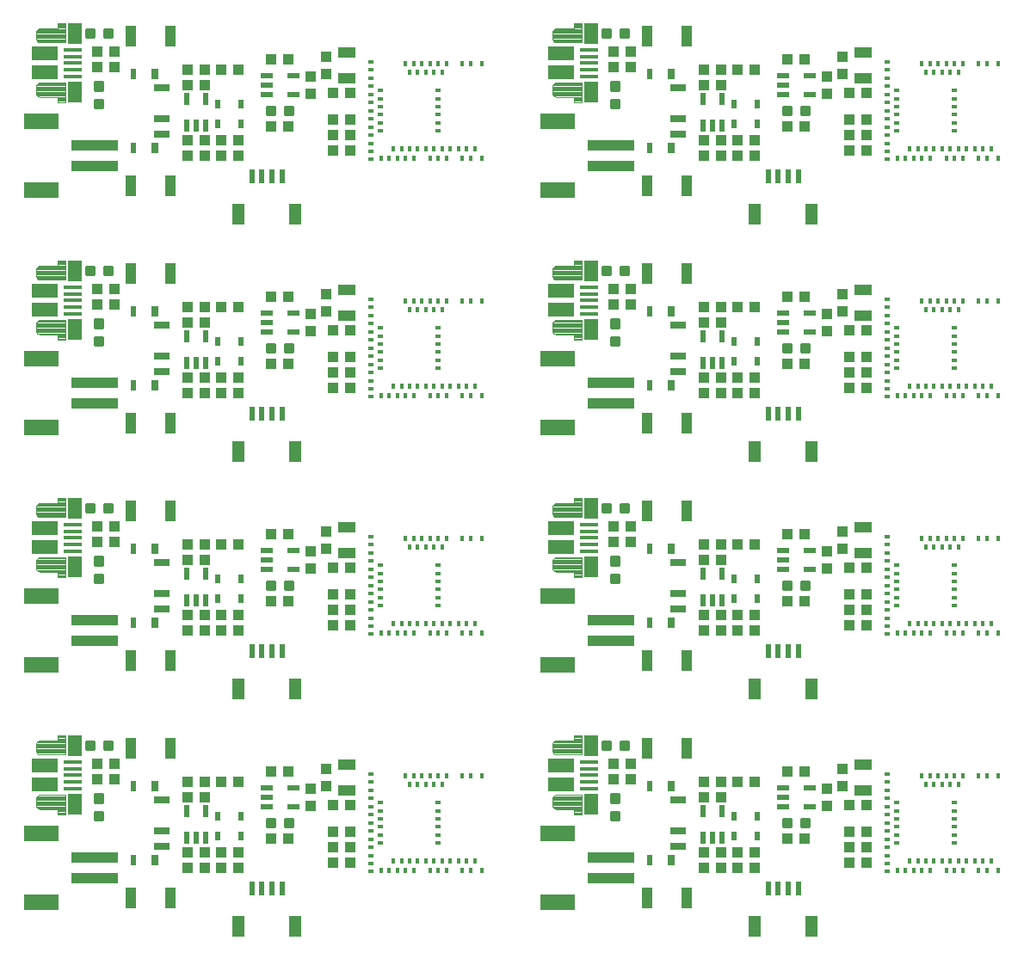
<source format=gtp>
G75*
%MOIN*%
%OFA0B0*%
%FSLAX25Y25*%
%IPPOS*%
%LPD*%
%AMOC8*
5,1,8,0,0,1.08239X$1,22.5*
%
%ADD10R,0.04331X0.03937*%
%ADD11C,0.01181*%
%ADD12R,0.05748X0.07874*%
%ADD13R,0.09843X0.05610*%
%ADD14C,0.00400*%
%ADD15C,0.00197*%
%ADD16R,0.07087X0.03937*%
%ADD17R,0.03937X0.04331*%
%ADD18R,0.01575X0.02362*%
%ADD19R,0.02362X0.01575*%
%ADD20R,0.04331X0.07874*%
%ADD21R,0.04724X0.07874*%
%ADD22R,0.02362X0.05315*%
%ADD23R,0.18110X0.03937*%
%ADD24R,0.13386X0.06299*%
%ADD25R,0.02165X0.04724*%
%ADD26R,0.02480X0.03268*%
%ADD27R,0.04724X0.02165*%
%ADD28R,0.05906X0.02756*%
%ADD29R,0.02362X0.03937*%
%ADD30R,0.03150X0.03937*%
D10*
X0110904Y0056000D03*
X0110904Y0062000D03*
X0117596Y0062000D03*
X0117596Y0056000D03*
X0123904Y0056000D03*
X0123904Y0062000D03*
X0130596Y0062000D03*
X0130596Y0056000D03*
X0143404Y0067500D03*
X0150096Y0067500D03*
X0167404Y0070000D03*
X0167404Y0064000D03*
X0174096Y0064000D03*
X0174096Y0070000D03*
X0174096Y0080500D03*
X0167404Y0080500D03*
X0150096Y0093500D03*
X0143404Y0093500D03*
X0130596Y0089300D03*
X0123904Y0089300D03*
X0117596Y0089500D03*
X0110904Y0089500D03*
X0110904Y0083500D03*
X0117596Y0083500D03*
X0082596Y0090500D03*
X0082596Y0096500D03*
X0075904Y0096500D03*
X0075904Y0090500D03*
X0110904Y0148000D03*
X0117596Y0148000D03*
X0123904Y0148000D03*
X0130596Y0148000D03*
X0130596Y0154000D03*
X0123904Y0154000D03*
X0117596Y0154000D03*
X0110904Y0154000D03*
X0110904Y0175500D03*
X0110904Y0181500D03*
X0117596Y0181500D03*
X0117596Y0175500D03*
X0123904Y0181300D03*
X0130596Y0181300D03*
X0143404Y0185500D03*
X0150096Y0185500D03*
X0167404Y0172500D03*
X0174096Y0172500D03*
X0174096Y0162000D03*
X0167404Y0162000D03*
X0167404Y0156000D03*
X0167404Y0150000D03*
X0174096Y0150000D03*
X0174096Y0156000D03*
X0150096Y0159500D03*
X0143404Y0159500D03*
X0082596Y0182500D03*
X0082596Y0188500D03*
X0075904Y0188500D03*
X0075904Y0182500D03*
X0110904Y0240000D03*
X0117596Y0240000D03*
X0123904Y0240000D03*
X0130596Y0240000D03*
X0130596Y0246000D03*
X0123904Y0246000D03*
X0117596Y0246000D03*
X0110904Y0246000D03*
X0110904Y0267500D03*
X0110904Y0273500D03*
X0117596Y0273500D03*
X0117596Y0267500D03*
X0123904Y0273300D03*
X0130596Y0273300D03*
X0143404Y0277500D03*
X0150096Y0277500D03*
X0167404Y0264500D03*
X0174096Y0264500D03*
X0174096Y0254000D03*
X0167404Y0254000D03*
X0167404Y0248000D03*
X0167404Y0242000D03*
X0174096Y0242000D03*
X0174096Y0248000D03*
X0150096Y0251500D03*
X0143404Y0251500D03*
X0082596Y0274500D03*
X0082596Y0280500D03*
X0075904Y0280500D03*
X0075904Y0274500D03*
X0110904Y0332000D03*
X0110904Y0338000D03*
X0117596Y0338000D03*
X0117596Y0332000D03*
X0123904Y0332000D03*
X0123904Y0338000D03*
X0130596Y0338000D03*
X0130596Y0332000D03*
X0143404Y0343500D03*
X0150096Y0343500D03*
X0167404Y0346000D03*
X0167404Y0340000D03*
X0174096Y0340000D03*
X0174096Y0346000D03*
X0174096Y0356500D03*
X0167404Y0356500D03*
X0150096Y0369500D03*
X0143404Y0369500D03*
X0130596Y0365300D03*
X0123904Y0365300D03*
X0117596Y0365500D03*
X0110904Y0365500D03*
X0110904Y0359500D03*
X0117596Y0359500D03*
X0082596Y0366500D03*
X0082596Y0372500D03*
X0075904Y0372500D03*
X0075904Y0366500D03*
X0167404Y0334000D03*
X0174096Y0334000D03*
X0275904Y0366500D03*
X0282596Y0366500D03*
X0282596Y0372500D03*
X0275904Y0372500D03*
X0310904Y0365500D03*
X0317596Y0365500D03*
X0317596Y0359500D03*
X0310904Y0359500D03*
X0323904Y0365300D03*
X0330596Y0365300D03*
X0343404Y0369500D03*
X0350096Y0369500D03*
X0367404Y0356500D03*
X0374096Y0356500D03*
X0374096Y0346000D03*
X0374096Y0340000D03*
X0367404Y0340000D03*
X0367404Y0346000D03*
X0367404Y0334000D03*
X0374096Y0334000D03*
X0350096Y0343500D03*
X0343404Y0343500D03*
X0330596Y0338000D03*
X0330596Y0332000D03*
X0323904Y0332000D03*
X0323904Y0338000D03*
X0317596Y0338000D03*
X0317596Y0332000D03*
X0310904Y0332000D03*
X0310904Y0338000D03*
X0282596Y0280500D03*
X0275904Y0280500D03*
X0275904Y0274500D03*
X0282596Y0274500D03*
X0310904Y0273500D03*
X0310904Y0267500D03*
X0317596Y0267500D03*
X0317596Y0273500D03*
X0323904Y0273300D03*
X0330596Y0273300D03*
X0343404Y0277500D03*
X0350096Y0277500D03*
X0367404Y0264500D03*
X0374096Y0264500D03*
X0374096Y0254000D03*
X0367404Y0254000D03*
X0367404Y0248000D03*
X0367404Y0242000D03*
X0374096Y0242000D03*
X0374096Y0248000D03*
X0350096Y0251500D03*
X0343404Y0251500D03*
X0330596Y0246000D03*
X0323904Y0246000D03*
X0323904Y0240000D03*
X0330596Y0240000D03*
X0317596Y0240000D03*
X0310904Y0240000D03*
X0310904Y0246000D03*
X0317596Y0246000D03*
X0282596Y0188500D03*
X0282596Y0182500D03*
X0275904Y0182500D03*
X0275904Y0188500D03*
X0310904Y0181500D03*
X0310904Y0175500D03*
X0317596Y0175500D03*
X0317596Y0181500D03*
X0323904Y0181300D03*
X0330596Y0181300D03*
X0343404Y0185500D03*
X0350096Y0185500D03*
X0367404Y0172500D03*
X0374096Y0172500D03*
X0374096Y0162000D03*
X0367404Y0162000D03*
X0367404Y0156000D03*
X0367404Y0150000D03*
X0374096Y0150000D03*
X0374096Y0156000D03*
X0350096Y0159500D03*
X0343404Y0159500D03*
X0330596Y0154000D03*
X0323904Y0154000D03*
X0323904Y0148000D03*
X0330596Y0148000D03*
X0317596Y0148000D03*
X0310904Y0148000D03*
X0310904Y0154000D03*
X0317596Y0154000D03*
X0343404Y0093500D03*
X0350096Y0093500D03*
X0330596Y0089300D03*
X0323904Y0089300D03*
X0317596Y0089500D03*
X0310904Y0089500D03*
X0310904Y0083500D03*
X0317596Y0083500D03*
X0317596Y0062000D03*
X0317596Y0056000D03*
X0310904Y0056000D03*
X0310904Y0062000D03*
X0323904Y0062000D03*
X0323904Y0056000D03*
X0330596Y0056000D03*
X0330596Y0062000D03*
X0343404Y0067500D03*
X0350096Y0067500D03*
X0367404Y0070000D03*
X0367404Y0064000D03*
X0374096Y0064000D03*
X0374096Y0070000D03*
X0374096Y0080500D03*
X0367404Y0080500D03*
X0367404Y0058000D03*
X0374096Y0058000D03*
X0282596Y0090500D03*
X0282596Y0096500D03*
X0275904Y0096500D03*
X0275904Y0090500D03*
X0174096Y0058000D03*
X0167404Y0058000D03*
D11*
X0148825Y0072122D02*
X0148825Y0074878D01*
X0151581Y0074878D01*
X0151581Y0072122D01*
X0148825Y0072122D01*
X0148825Y0073244D02*
X0151581Y0073244D01*
X0151581Y0074366D02*
X0148825Y0074366D01*
X0141919Y0074878D02*
X0141919Y0072122D01*
X0141919Y0074878D02*
X0144675Y0074878D01*
X0144675Y0072122D01*
X0141919Y0072122D01*
X0141919Y0073244D02*
X0144675Y0073244D01*
X0144675Y0074366D02*
X0141919Y0074366D01*
X0078128Y0077425D02*
X0075372Y0077425D01*
X0078128Y0077425D02*
X0078128Y0074669D01*
X0075372Y0074669D01*
X0075372Y0077425D01*
X0075372Y0075791D02*
X0078128Y0075791D01*
X0078128Y0076913D02*
X0075372Y0076913D01*
X0075372Y0084331D02*
X0078128Y0084331D01*
X0078128Y0081575D01*
X0075372Y0081575D01*
X0075372Y0084331D01*
X0075372Y0082697D02*
X0078128Y0082697D01*
X0078128Y0083819D02*
X0075372Y0083819D01*
X0071919Y0102122D02*
X0071919Y0104878D01*
X0074675Y0104878D01*
X0074675Y0102122D01*
X0071919Y0102122D01*
X0071919Y0103244D02*
X0074675Y0103244D01*
X0074675Y0104366D02*
X0071919Y0104366D01*
X0078825Y0104878D02*
X0078825Y0102122D01*
X0078825Y0104878D02*
X0081581Y0104878D01*
X0081581Y0102122D01*
X0078825Y0102122D01*
X0078825Y0103244D02*
X0081581Y0103244D01*
X0081581Y0104366D02*
X0078825Y0104366D01*
X0078128Y0169425D02*
X0075372Y0169425D01*
X0078128Y0169425D02*
X0078128Y0166669D01*
X0075372Y0166669D01*
X0075372Y0169425D01*
X0075372Y0167791D02*
X0078128Y0167791D01*
X0078128Y0168913D02*
X0075372Y0168913D01*
X0075372Y0176331D02*
X0078128Y0176331D01*
X0078128Y0173575D01*
X0075372Y0173575D01*
X0075372Y0176331D01*
X0075372Y0174697D02*
X0078128Y0174697D01*
X0078128Y0175819D02*
X0075372Y0175819D01*
X0071919Y0194122D02*
X0071919Y0196878D01*
X0074675Y0196878D01*
X0074675Y0194122D01*
X0071919Y0194122D01*
X0071919Y0195244D02*
X0074675Y0195244D01*
X0074675Y0196366D02*
X0071919Y0196366D01*
X0078825Y0196878D02*
X0078825Y0194122D01*
X0078825Y0196878D02*
X0081581Y0196878D01*
X0081581Y0194122D01*
X0078825Y0194122D01*
X0078825Y0195244D02*
X0081581Y0195244D01*
X0081581Y0196366D02*
X0078825Y0196366D01*
X0141919Y0166878D02*
X0141919Y0164122D01*
X0141919Y0166878D02*
X0144675Y0166878D01*
X0144675Y0164122D01*
X0141919Y0164122D01*
X0141919Y0165244D02*
X0144675Y0165244D01*
X0144675Y0166366D02*
X0141919Y0166366D01*
X0148825Y0166878D02*
X0148825Y0164122D01*
X0148825Y0166878D02*
X0151581Y0166878D01*
X0151581Y0164122D01*
X0148825Y0164122D01*
X0148825Y0165244D02*
X0151581Y0165244D01*
X0151581Y0166366D02*
X0148825Y0166366D01*
X0148825Y0256122D02*
X0148825Y0258878D01*
X0151581Y0258878D01*
X0151581Y0256122D01*
X0148825Y0256122D01*
X0148825Y0257244D02*
X0151581Y0257244D01*
X0151581Y0258366D02*
X0148825Y0258366D01*
X0141919Y0258878D02*
X0141919Y0256122D01*
X0141919Y0258878D02*
X0144675Y0258878D01*
X0144675Y0256122D01*
X0141919Y0256122D01*
X0141919Y0257244D02*
X0144675Y0257244D01*
X0144675Y0258366D02*
X0141919Y0258366D01*
X0078128Y0261425D02*
X0075372Y0261425D01*
X0078128Y0261425D02*
X0078128Y0258669D01*
X0075372Y0258669D01*
X0075372Y0261425D01*
X0075372Y0259791D02*
X0078128Y0259791D01*
X0078128Y0260913D02*
X0075372Y0260913D01*
X0075372Y0268331D02*
X0078128Y0268331D01*
X0078128Y0265575D01*
X0075372Y0265575D01*
X0075372Y0268331D01*
X0075372Y0266697D02*
X0078128Y0266697D01*
X0078128Y0267819D02*
X0075372Y0267819D01*
X0071919Y0286122D02*
X0071919Y0288878D01*
X0074675Y0288878D01*
X0074675Y0286122D01*
X0071919Y0286122D01*
X0071919Y0287244D02*
X0074675Y0287244D01*
X0074675Y0288366D02*
X0071919Y0288366D01*
X0078825Y0288878D02*
X0078825Y0286122D01*
X0078825Y0288878D02*
X0081581Y0288878D01*
X0081581Y0286122D01*
X0078825Y0286122D01*
X0078825Y0287244D02*
X0081581Y0287244D01*
X0081581Y0288366D02*
X0078825Y0288366D01*
X0141919Y0348122D02*
X0141919Y0350878D01*
X0144675Y0350878D01*
X0144675Y0348122D01*
X0141919Y0348122D01*
X0141919Y0349244D02*
X0144675Y0349244D01*
X0144675Y0350366D02*
X0141919Y0350366D01*
X0148825Y0350878D02*
X0148825Y0348122D01*
X0148825Y0350878D02*
X0151581Y0350878D01*
X0151581Y0348122D01*
X0148825Y0348122D01*
X0148825Y0349244D02*
X0151581Y0349244D01*
X0151581Y0350366D02*
X0148825Y0350366D01*
X0078128Y0353425D02*
X0075372Y0353425D01*
X0078128Y0353425D02*
X0078128Y0350669D01*
X0075372Y0350669D01*
X0075372Y0353425D01*
X0075372Y0351791D02*
X0078128Y0351791D01*
X0078128Y0352913D02*
X0075372Y0352913D01*
X0075372Y0360331D02*
X0078128Y0360331D01*
X0078128Y0357575D01*
X0075372Y0357575D01*
X0075372Y0360331D01*
X0075372Y0358697D02*
X0078128Y0358697D01*
X0078128Y0359819D02*
X0075372Y0359819D01*
X0071919Y0378122D02*
X0071919Y0380878D01*
X0074675Y0380878D01*
X0074675Y0378122D01*
X0071919Y0378122D01*
X0071919Y0379244D02*
X0074675Y0379244D01*
X0074675Y0380366D02*
X0071919Y0380366D01*
X0078825Y0380878D02*
X0078825Y0378122D01*
X0078825Y0380878D02*
X0081581Y0380878D01*
X0081581Y0378122D01*
X0078825Y0378122D01*
X0078825Y0379244D02*
X0081581Y0379244D01*
X0081581Y0380366D02*
X0078825Y0380366D01*
X0271919Y0380878D02*
X0271919Y0378122D01*
X0271919Y0380878D02*
X0274675Y0380878D01*
X0274675Y0378122D01*
X0271919Y0378122D01*
X0271919Y0379244D02*
X0274675Y0379244D01*
X0274675Y0380366D02*
X0271919Y0380366D01*
X0278825Y0380878D02*
X0278825Y0378122D01*
X0278825Y0380878D02*
X0281581Y0380878D01*
X0281581Y0378122D01*
X0278825Y0378122D01*
X0278825Y0379244D02*
X0281581Y0379244D01*
X0281581Y0380366D02*
X0278825Y0380366D01*
X0278128Y0360331D02*
X0275372Y0360331D01*
X0278128Y0360331D02*
X0278128Y0357575D01*
X0275372Y0357575D01*
X0275372Y0360331D01*
X0275372Y0358697D02*
X0278128Y0358697D01*
X0278128Y0359819D02*
X0275372Y0359819D01*
X0275372Y0353425D02*
X0278128Y0353425D01*
X0278128Y0350669D01*
X0275372Y0350669D01*
X0275372Y0353425D01*
X0275372Y0351791D02*
X0278128Y0351791D01*
X0278128Y0352913D02*
X0275372Y0352913D01*
X0341919Y0350878D02*
X0341919Y0348122D01*
X0341919Y0350878D02*
X0344675Y0350878D01*
X0344675Y0348122D01*
X0341919Y0348122D01*
X0341919Y0349244D02*
X0344675Y0349244D01*
X0344675Y0350366D02*
X0341919Y0350366D01*
X0348825Y0350878D02*
X0348825Y0348122D01*
X0348825Y0350878D02*
X0351581Y0350878D01*
X0351581Y0348122D01*
X0348825Y0348122D01*
X0348825Y0349244D02*
X0351581Y0349244D01*
X0351581Y0350366D02*
X0348825Y0350366D01*
X0278825Y0288878D02*
X0278825Y0286122D01*
X0278825Y0288878D02*
X0281581Y0288878D01*
X0281581Y0286122D01*
X0278825Y0286122D01*
X0278825Y0287244D02*
X0281581Y0287244D01*
X0281581Y0288366D02*
X0278825Y0288366D01*
X0271919Y0288878D02*
X0271919Y0286122D01*
X0271919Y0288878D02*
X0274675Y0288878D01*
X0274675Y0286122D01*
X0271919Y0286122D01*
X0271919Y0287244D02*
X0274675Y0287244D01*
X0274675Y0288366D02*
X0271919Y0288366D01*
X0275372Y0268331D02*
X0278128Y0268331D01*
X0278128Y0265575D01*
X0275372Y0265575D01*
X0275372Y0268331D01*
X0275372Y0266697D02*
X0278128Y0266697D01*
X0278128Y0267819D02*
X0275372Y0267819D01*
X0275372Y0261425D02*
X0278128Y0261425D01*
X0278128Y0258669D01*
X0275372Y0258669D01*
X0275372Y0261425D01*
X0275372Y0259791D02*
X0278128Y0259791D01*
X0278128Y0260913D02*
X0275372Y0260913D01*
X0341919Y0258878D02*
X0341919Y0256122D01*
X0341919Y0258878D02*
X0344675Y0258878D01*
X0344675Y0256122D01*
X0341919Y0256122D01*
X0341919Y0257244D02*
X0344675Y0257244D01*
X0344675Y0258366D02*
X0341919Y0258366D01*
X0348825Y0258878D02*
X0348825Y0256122D01*
X0348825Y0258878D02*
X0351581Y0258878D01*
X0351581Y0256122D01*
X0348825Y0256122D01*
X0348825Y0257244D02*
X0351581Y0257244D01*
X0351581Y0258366D02*
X0348825Y0258366D01*
X0278825Y0196878D02*
X0278825Y0194122D01*
X0278825Y0196878D02*
X0281581Y0196878D01*
X0281581Y0194122D01*
X0278825Y0194122D01*
X0278825Y0195244D02*
X0281581Y0195244D01*
X0281581Y0196366D02*
X0278825Y0196366D01*
X0271919Y0196878D02*
X0271919Y0194122D01*
X0271919Y0196878D02*
X0274675Y0196878D01*
X0274675Y0194122D01*
X0271919Y0194122D01*
X0271919Y0195244D02*
X0274675Y0195244D01*
X0274675Y0196366D02*
X0271919Y0196366D01*
X0275372Y0176331D02*
X0278128Y0176331D01*
X0278128Y0173575D01*
X0275372Y0173575D01*
X0275372Y0176331D01*
X0275372Y0174697D02*
X0278128Y0174697D01*
X0278128Y0175819D02*
X0275372Y0175819D01*
X0275372Y0169425D02*
X0278128Y0169425D01*
X0278128Y0166669D01*
X0275372Y0166669D01*
X0275372Y0169425D01*
X0275372Y0167791D02*
X0278128Y0167791D01*
X0278128Y0168913D02*
X0275372Y0168913D01*
X0341919Y0166878D02*
X0341919Y0164122D01*
X0341919Y0166878D02*
X0344675Y0166878D01*
X0344675Y0164122D01*
X0341919Y0164122D01*
X0341919Y0165244D02*
X0344675Y0165244D01*
X0344675Y0166366D02*
X0341919Y0166366D01*
X0348825Y0166878D02*
X0348825Y0164122D01*
X0348825Y0166878D02*
X0351581Y0166878D01*
X0351581Y0164122D01*
X0348825Y0164122D01*
X0348825Y0165244D02*
X0351581Y0165244D01*
X0351581Y0166366D02*
X0348825Y0166366D01*
X0278825Y0104878D02*
X0278825Y0102122D01*
X0278825Y0104878D02*
X0281581Y0104878D01*
X0281581Y0102122D01*
X0278825Y0102122D01*
X0278825Y0103244D02*
X0281581Y0103244D01*
X0281581Y0104366D02*
X0278825Y0104366D01*
X0271919Y0104878D02*
X0271919Y0102122D01*
X0271919Y0104878D02*
X0274675Y0104878D01*
X0274675Y0102122D01*
X0271919Y0102122D01*
X0271919Y0103244D02*
X0274675Y0103244D01*
X0274675Y0104366D02*
X0271919Y0104366D01*
X0275372Y0084331D02*
X0278128Y0084331D01*
X0278128Y0081575D01*
X0275372Y0081575D01*
X0275372Y0084331D01*
X0275372Y0082697D02*
X0278128Y0082697D01*
X0278128Y0083819D02*
X0275372Y0083819D01*
X0275372Y0077425D02*
X0278128Y0077425D01*
X0278128Y0074669D01*
X0275372Y0074669D01*
X0275372Y0077425D01*
X0275372Y0075791D02*
X0278128Y0075791D01*
X0278128Y0076913D02*
X0275372Y0076913D01*
X0341919Y0074878D02*
X0341919Y0072122D01*
X0341919Y0074878D02*
X0344675Y0074878D01*
X0344675Y0072122D01*
X0341919Y0072122D01*
X0341919Y0073244D02*
X0344675Y0073244D01*
X0344675Y0074366D02*
X0341919Y0074366D01*
X0348825Y0074878D02*
X0348825Y0072122D01*
X0348825Y0074878D02*
X0351581Y0074878D01*
X0351581Y0072122D01*
X0348825Y0072122D01*
X0348825Y0073244D02*
X0351581Y0073244D01*
X0351581Y0074366D02*
X0348825Y0074366D01*
D12*
X0267333Y0080683D03*
X0267333Y0103517D03*
X0267333Y0172683D03*
X0267333Y0195517D03*
X0267333Y0264683D03*
X0267333Y0287517D03*
X0267333Y0356683D03*
X0267333Y0379517D03*
X0067333Y0379517D03*
X0067333Y0356683D03*
X0067333Y0287517D03*
X0067333Y0264683D03*
X0067333Y0195517D03*
X0067333Y0172683D03*
X0067333Y0103517D03*
X0067333Y0080683D03*
D13*
X0055719Y0088311D03*
X0055719Y0095889D03*
X0055719Y0180311D03*
X0055719Y0187889D03*
X0055719Y0272311D03*
X0055719Y0279889D03*
X0055719Y0364311D03*
X0055719Y0371889D03*
X0255719Y0371889D03*
X0255719Y0364311D03*
X0255719Y0279889D03*
X0255719Y0272311D03*
X0255719Y0187889D03*
X0255719Y0180311D03*
X0255719Y0095889D03*
X0255719Y0088311D03*
D14*
X0253690Y0084294D02*
X0253401Y0084261D01*
X0253126Y0084165D01*
X0252880Y0084010D01*
X0252674Y0083804D01*
X0252519Y0083558D01*
X0252423Y0083283D01*
X0252390Y0082994D01*
X0252390Y0080094D01*
X0252420Y0079827D01*
X0252509Y0079573D01*
X0252652Y0079346D01*
X0252842Y0079155D01*
X0253070Y0079013D01*
X0253323Y0078924D01*
X0253590Y0078894D01*
X0260490Y0078894D01*
X0260528Y0078886D01*
X0260561Y0078864D01*
X0260583Y0078832D01*
X0260590Y0078794D01*
X0260590Y0076894D01*
X0263690Y0076894D01*
X0263690Y0084294D01*
X0253690Y0084294D01*
X0253671Y0084292D02*
X0263690Y0084292D01*
X0263690Y0083893D02*
X0252763Y0083893D01*
X0252497Y0083495D02*
X0263690Y0083495D01*
X0263690Y0083096D02*
X0252402Y0083096D01*
X0252390Y0082698D02*
X0263690Y0082698D01*
X0263690Y0082299D02*
X0252390Y0082299D01*
X0252390Y0081901D02*
X0263690Y0081901D01*
X0263690Y0081502D02*
X0252390Y0081502D01*
X0252390Y0081103D02*
X0263690Y0081103D01*
X0263690Y0080705D02*
X0252390Y0080705D01*
X0252390Y0080306D02*
X0263690Y0080306D01*
X0263690Y0079908D02*
X0252411Y0079908D01*
X0252549Y0079509D02*
X0263690Y0079509D01*
X0263690Y0079111D02*
X0252913Y0079111D01*
X0260590Y0078712D02*
X0263690Y0078712D01*
X0263690Y0078314D02*
X0260590Y0078314D01*
X0260590Y0077915D02*
X0263690Y0077915D01*
X0263690Y0077517D02*
X0260590Y0077517D01*
X0260590Y0077118D02*
X0263690Y0077118D01*
X0263690Y0099957D02*
X0253690Y0099957D01*
X0253401Y0099989D01*
X0253126Y0100086D01*
X0252880Y0100240D01*
X0252674Y0100446D01*
X0252519Y0100693D01*
X0252423Y0100968D01*
X0252390Y0101257D01*
X0252390Y0104157D01*
X0252420Y0104424D01*
X0252509Y0104677D01*
X0252652Y0104905D01*
X0252842Y0105095D01*
X0253070Y0105238D01*
X0253323Y0105327D01*
X0253590Y0105357D01*
X0260490Y0105357D01*
X0260528Y0105364D01*
X0260561Y0105386D01*
X0260583Y0105419D01*
X0260590Y0105457D01*
X0260590Y0107357D01*
X0263690Y0107357D01*
X0263690Y0099957D01*
X0263690Y0100232D02*
X0252893Y0100232D01*
X0252558Y0100631D02*
X0263690Y0100631D01*
X0263690Y0101029D02*
X0252416Y0101029D01*
X0252390Y0101428D02*
X0263690Y0101428D01*
X0263690Y0101826D02*
X0252390Y0101826D01*
X0252390Y0102225D02*
X0263690Y0102225D01*
X0263690Y0102623D02*
X0252390Y0102623D01*
X0252390Y0103022D02*
X0263690Y0103022D01*
X0263690Y0103420D02*
X0252390Y0103420D01*
X0252390Y0103819D02*
X0263690Y0103819D01*
X0263690Y0104217D02*
X0252397Y0104217D01*
X0252487Y0104616D02*
X0263690Y0104616D01*
X0263690Y0105014D02*
X0252761Y0105014D01*
X0260579Y0105413D02*
X0263690Y0105413D01*
X0263690Y0105811D02*
X0260590Y0105811D01*
X0260590Y0106210D02*
X0263690Y0106210D01*
X0263690Y0106608D02*
X0260590Y0106608D01*
X0260590Y0107007D02*
X0263690Y0107007D01*
X0263690Y0168894D02*
X0260590Y0168894D01*
X0260590Y0170794D01*
X0260583Y0170832D01*
X0260561Y0170864D01*
X0260528Y0170886D01*
X0260490Y0170894D01*
X0253590Y0170894D01*
X0253323Y0170924D01*
X0253070Y0171013D01*
X0252842Y0171155D01*
X0252652Y0171346D01*
X0252509Y0171573D01*
X0252420Y0171827D01*
X0252390Y0172094D01*
X0252390Y0174994D01*
X0252423Y0175283D01*
X0252519Y0175558D01*
X0252674Y0175804D01*
X0252880Y0176010D01*
X0253126Y0176165D01*
X0253401Y0176261D01*
X0253690Y0176294D01*
X0263690Y0176294D01*
X0263690Y0168894D01*
X0263690Y0169174D02*
X0260590Y0169174D01*
X0260590Y0169573D02*
X0263690Y0169573D01*
X0263690Y0169972D02*
X0260590Y0169972D01*
X0260590Y0170370D02*
X0263690Y0170370D01*
X0263690Y0170769D02*
X0260590Y0170769D01*
X0263690Y0171167D02*
X0252830Y0171167D01*
X0252514Y0171566D02*
X0263690Y0171566D01*
X0263690Y0171964D02*
X0252405Y0171964D01*
X0252390Y0172363D02*
X0263690Y0172363D01*
X0263690Y0172761D02*
X0252390Y0172761D01*
X0252390Y0173160D02*
X0263690Y0173160D01*
X0263690Y0173558D02*
X0252390Y0173558D01*
X0252390Y0173957D02*
X0263690Y0173957D01*
X0263690Y0174355D02*
X0252390Y0174355D01*
X0252390Y0174754D02*
X0263690Y0174754D01*
X0263690Y0175152D02*
X0252408Y0175152D01*
X0252516Y0175551D02*
X0263690Y0175551D01*
X0263690Y0175949D02*
X0252819Y0175949D01*
X0253690Y0191957D02*
X0253401Y0191989D01*
X0253126Y0192086D01*
X0252880Y0192240D01*
X0252674Y0192446D01*
X0252519Y0192693D01*
X0252423Y0192968D01*
X0252390Y0193257D01*
X0252390Y0196157D01*
X0252420Y0196424D01*
X0252509Y0196677D01*
X0252652Y0196905D01*
X0252842Y0197095D01*
X0253070Y0197238D01*
X0253323Y0197327D01*
X0253590Y0197357D01*
X0260490Y0197357D01*
X0260528Y0197364D01*
X0260561Y0197386D01*
X0260583Y0197419D01*
X0260590Y0197457D01*
X0260590Y0199357D01*
X0263690Y0199357D01*
X0263690Y0191957D01*
X0253690Y0191957D01*
X0252832Y0192288D02*
X0263690Y0192288D01*
X0263690Y0192687D02*
X0252523Y0192687D01*
X0252410Y0193085D02*
X0263690Y0193085D01*
X0263690Y0193484D02*
X0252390Y0193484D01*
X0252390Y0193882D02*
X0263690Y0193882D01*
X0263690Y0194281D02*
X0252390Y0194281D01*
X0252390Y0194679D02*
X0263690Y0194679D01*
X0263690Y0195078D02*
X0252390Y0195078D01*
X0252390Y0195476D02*
X0263690Y0195476D01*
X0263690Y0195875D02*
X0252390Y0195875D01*
X0252403Y0196273D02*
X0263690Y0196273D01*
X0263690Y0196672D02*
X0252507Y0196672D01*
X0252817Y0197070D02*
X0263690Y0197070D01*
X0263690Y0197469D02*
X0260590Y0197469D01*
X0260590Y0197867D02*
X0263690Y0197867D01*
X0263690Y0198266D02*
X0260590Y0198266D01*
X0260590Y0198664D02*
X0263690Y0198664D01*
X0263690Y0199063D02*
X0260590Y0199063D01*
X0260590Y0260894D02*
X0263690Y0260894D01*
X0263690Y0268294D01*
X0253690Y0268294D01*
X0253401Y0268261D01*
X0253126Y0268165D01*
X0252880Y0268010D01*
X0252674Y0267804D01*
X0252519Y0267558D01*
X0252423Y0267283D01*
X0252390Y0266994D01*
X0252390Y0264094D01*
X0252420Y0263827D01*
X0252509Y0263573D01*
X0252652Y0263346D01*
X0252842Y0263155D01*
X0253070Y0263013D01*
X0253323Y0262924D01*
X0253590Y0262894D01*
X0260490Y0262894D01*
X0260528Y0262886D01*
X0260561Y0262864D01*
X0260583Y0262832D01*
X0260590Y0262794D01*
X0260590Y0260894D01*
X0260590Y0261231D02*
X0263690Y0261231D01*
X0263690Y0261629D02*
X0260590Y0261629D01*
X0260590Y0262028D02*
X0263690Y0262028D01*
X0263690Y0262426D02*
X0260590Y0262426D01*
X0260584Y0262825D02*
X0263690Y0262825D01*
X0263690Y0263223D02*
X0252774Y0263223D01*
X0252492Y0263622D02*
X0263690Y0263622D01*
X0263690Y0264020D02*
X0252398Y0264020D01*
X0252390Y0264419D02*
X0263690Y0264419D01*
X0263690Y0264817D02*
X0252390Y0264817D01*
X0252390Y0265216D02*
X0263690Y0265216D01*
X0263690Y0265614D02*
X0252390Y0265614D01*
X0252390Y0266013D02*
X0263690Y0266013D01*
X0263690Y0266411D02*
X0252390Y0266411D01*
X0252390Y0266810D02*
X0263690Y0266810D01*
X0263690Y0267208D02*
X0252414Y0267208D01*
X0252550Y0267607D02*
X0263690Y0267607D01*
X0263690Y0268005D02*
X0252875Y0268005D01*
X0253690Y0283957D02*
X0253401Y0283989D01*
X0253126Y0284086D01*
X0252880Y0284240D01*
X0252674Y0284446D01*
X0252519Y0284693D01*
X0252423Y0284968D01*
X0252390Y0285257D01*
X0252390Y0288157D01*
X0252420Y0288424D01*
X0252509Y0288677D01*
X0252652Y0288905D01*
X0252842Y0289095D01*
X0253070Y0289238D01*
X0253323Y0289327D01*
X0253590Y0289357D01*
X0260490Y0289357D01*
X0260528Y0289364D01*
X0260561Y0289386D01*
X0260583Y0289419D01*
X0260590Y0289457D01*
X0260590Y0291357D01*
X0263690Y0291357D01*
X0263690Y0283957D01*
X0253690Y0283957D01*
X0252776Y0284344D02*
X0263690Y0284344D01*
X0263690Y0284743D02*
X0252501Y0284743D01*
X0252403Y0285141D02*
X0263690Y0285141D01*
X0263690Y0285540D02*
X0252390Y0285540D01*
X0252390Y0285938D02*
X0263690Y0285938D01*
X0263690Y0286337D02*
X0252390Y0286337D01*
X0252390Y0286735D02*
X0263690Y0286735D01*
X0263690Y0287134D02*
X0252390Y0287134D01*
X0252390Y0287532D02*
X0263690Y0287532D01*
X0263690Y0287931D02*
X0252390Y0287931D01*
X0252410Y0288329D02*
X0263690Y0288329D01*
X0263690Y0288728D02*
X0252541Y0288728D01*
X0252892Y0289126D02*
X0263690Y0289126D01*
X0263690Y0289525D02*
X0260590Y0289525D01*
X0260590Y0289923D02*
X0263690Y0289923D01*
X0263690Y0290322D02*
X0260590Y0290322D01*
X0260590Y0290720D02*
X0263690Y0290720D01*
X0263690Y0291119D02*
X0260590Y0291119D01*
X0260590Y0352894D02*
X0263690Y0352894D01*
X0263690Y0360294D01*
X0253690Y0360294D01*
X0253401Y0360261D01*
X0253126Y0360165D01*
X0252880Y0360010D01*
X0252674Y0359804D01*
X0252519Y0359558D01*
X0252423Y0359283D01*
X0252390Y0358994D01*
X0252390Y0356094D01*
X0252420Y0355827D01*
X0252509Y0355573D01*
X0252652Y0355346D01*
X0252842Y0355155D01*
X0253070Y0355013D01*
X0253323Y0354924D01*
X0253590Y0354894D01*
X0260490Y0354894D01*
X0260528Y0354886D01*
X0260561Y0354864D01*
X0260583Y0354832D01*
X0260590Y0354794D01*
X0260590Y0352894D01*
X0260590Y0353287D02*
X0263690Y0353287D01*
X0263690Y0353685D02*
X0260590Y0353685D01*
X0260590Y0354084D02*
X0263690Y0354084D01*
X0263690Y0354482D02*
X0260590Y0354482D01*
X0260536Y0354881D02*
X0263690Y0354881D01*
X0263690Y0355279D02*
X0252718Y0355279D01*
X0252472Y0355678D02*
X0263690Y0355678D01*
X0263690Y0356076D02*
X0252392Y0356076D01*
X0252390Y0356475D02*
X0263690Y0356475D01*
X0263690Y0356873D02*
X0252390Y0356873D01*
X0252390Y0357272D02*
X0263690Y0357272D01*
X0263690Y0357670D02*
X0252390Y0357670D01*
X0252390Y0358069D02*
X0263690Y0358069D01*
X0263690Y0358467D02*
X0252390Y0358467D01*
X0252390Y0358866D02*
X0263690Y0358866D01*
X0263690Y0359264D02*
X0252421Y0359264D01*
X0252585Y0359663D02*
X0263690Y0359663D01*
X0263690Y0360061D02*
X0252961Y0360061D01*
X0253690Y0375957D02*
X0253401Y0375989D01*
X0253126Y0376086D01*
X0252880Y0376240D01*
X0252674Y0376446D01*
X0252519Y0376693D01*
X0252423Y0376968D01*
X0252390Y0377257D01*
X0252390Y0380157D01*
X0252420Y0380424D01*
X0252509Y0380677D01*
X0252652Y0380905D01*
X0252842Y0381095D01*
X0253070Y0381238D01*
X0253323Y0381327D01*
X0253590Y0381357D01*
X0260490Y0381357D01*
X0260528Y0381364D01*
X0260561Y0381386D01*
X0260583Y0381419D01*
X0260590Y0381457D01*
X0260590Y0383357D01*
X0263690Y0383357D01*
X0263690Y0375957D01*
X0253690Y0375957D01*
X0253365Y0376002D02*
X0263690Y0376002D01*
X0263690Y0376400D02*
X0252720Y0376400D01*
X0252482Y0376799D02*
X0263690Y0376799D01*
X0263690Y0377197D02*
X0252397Y0377197D01*
X0252390Y0377596D02*
X0263690Y0377596D01*
X0263690Y0377994D02*
X0252390Y0377994D01*
X0252390Y0378393D02*
X0263690Y0378393D01*
X0263690Y0378791D02*
X0252390Y0378791D01*
X0252390Y0379190D02*
X0263690Y0379190D01*
X0263690Y0379588D02*
X0252390Y0379588D01*
X0252390Y0379987D02*
X0263690Y0379987D01*
X0263690Y0380385D02*
X0252416Y0380385D01*
X0252576Y0380784D02*
X0263690Y0380784D01*
X0263690Y0381183D02*
X0252981Y0381183D01*
X0260590Y0381581D02*
X0263690Y0381581D01*
X0263690Y0381980D02*
X0260590Y0381980D01*
X0260590Y0382378D02*
X0263690Y0382378D01*
X0263690Y0382777D02*
X0260590Y0382777D01*
X0260590Y0383175D02*
X0263690Y0383175D01*
X0063690Y0383175D02*
X0060590Y0383175D01*
X0060590Y0383357D02*
X0063690Y0383357D01*
X0063690Y0375957D01*
X0053690Y0375957D01*
X0053401Y0375989D01*
X0053126Y0376086D01*
X0052880Y0376240D01*
X0052674Y0376446D01*
X0052519Y0376693D01*
X0052423Y0376968D01*
X0052390Y0377257D01*
X0052390Y0380157D01*
X0052420Y0380424D01*
X0052509Y0380677D01*
X0052652Y0380905D01*
X0052842Y0381095D01*
X0053070Y0381238D01*
X0053323Y0381327D01*
X0053590Y0381357D01*
X0060490Y0381357D01*
X0060528Y0381364D01*
X0060561Y0381386D01*
X0060583Y0381419D01*
X0060590Y0381457D01*
X0060590Y0383357D01*
X0060590Y0382777D02*
X0063690Y0382777D01*
X0063690Y0382378D02*
X0060590Y0382378D01*
X0060590Y0381980D02*
X0063690Y0381980D01*
X0063690Y0381581D02*
X0060590Y0381581D01*
X0063690Y0381183D02*
X0052981Y0381183D01*
X0052576Y0380784D02*
X0063690Y0380784D01*
X0063690Y0380385D02*
X0052416Y0380385D01*
X0052390Y0379987D02*
X0063690Y0379987D01*
X0063690Y0379588D02*
X0052390Y0379588D01*
X0052390Y0379190D02*
X0063690Y0379190D01*
X0063690Y0378791D02*
X0052390Y0378791D01*
X0052390Y0378393D02*
X0063690Y0378393D01*
X0063690Y0377994D02*
X0052390Y0377994D01*
X0052390Y0377596D02*
X0063690Y0377596D01*
X0063690Y0377197D02*
X0052397Y0377197D01*
X0052482Y0376799D02*
X0063690Y0376799D01*
X0063690Y0376400D02*
X0052720Y0376400D01*
X0053365Y0376002D02*
X0063690Y0376002D01*
X0063690Y0360294D02*
X0053690Y0360294D01*
X0053401Y0360261D01*
X0053126Y0360165D01*
X0052880Y0360010D01*
X0052674Y0359804D01*
X0052519Y0359558D01*
X0052423Y0359283D01*
X0052390Y0358994D01*
X0052390Y0356094D01*
X0052420Y0355827D01*
X0052509Y0355573D01*
X0052652Y0355346D01*
X0052842Y0355155D01*
X0053070Y0355013D01*
X0053323Y0354924D01*
X0053590Y0354894D01*
X0060490Y0354894D01*
X0060528Y0354886D01*
X0060561Y0354864D01*
X0060583Y0354832D01*
X0060590Y0354794D01*
X0060590Y0352894D01*
X0063690Y0352894D01*
X0063690Y0360294D01*
X0063690Y0360061D02*
X0052961Y0360061D01*
X0052585Y0359663D02*
X0063690Y0359663D01*
X0063690Y0359264D02*
X0052421Y0359264D01*
X0052390Y0358866D02*
X0063690Y0358866D01*
X0063690Y0358467D02*
X0052390Y0358467D01*
X0052390Y0358069D02*
X0063690Y0358069D01*
X0063690Y0357670D02*
X0052390Y0357670D01*
X0052390Y0357272D02*
X0063690Y0357272D01*
X0063690Y0356873D02*
X0052390Y0356873D01*
X0052390Y0356475D02*
X0063690Y0356475D01*
X0063690Y0356076D02*
X0052392Y0356076D01*
X0052472Y0355678D02*
X0063690Y0355678D01*
X0063690Y0355279D02*
X0052718Y0355279D01*
X0060536Y0354881D02*
X0063690Y0354881D01*
X0063690Y0354482D02*
X0060590Y0354482D01*
X0060590Y0354084D02*
X0063690Y0354084D01*
X0063690Y0353685D02*
X0060590Y0353685D01*
X0060590Y0353287D02*
X0063690Y0353287D01*
X0063690Y0291357D02*
X0063690Y0283957D01*
X0053690Y0283957D01*
X0053401Y0283989D01*
X0053126Y0284086D01*
X0052880Y0284240D01*
X0052674Y0284446D01*
X0052519Y0284693D01*
X0052423Y0284968D01*
X0052390Y0285257D01*
X0052390Y0288157D01*
X0052420Y0288424D01*
X0052509Y0288677D01*
X0052652Y0288905D01*
X0052842Y0289095D01*
X0053070Y0289238D01*
X0053323Y0289327D01*
X0053590Y0289357D01*
X0060490Y0289357D01*
X0060528Y0289364D01*
X0060561Y0289386D01*
X0060583Y0289419D01*
X0060590Y0289457D01*
X0060590Y0291357D01*
X0063690Y0291357D01*
X0063690Y0291119D02*
X0060590Y0291119D01*
X0060590Y0290720D02*
X0063690Y0290720D01*
X0063690Y0290322D02*
X0060590Y0290322D01*
X0060590Y0289923D02*
X0063690Y0289923D01*
X0063690Y0289525D02*
X0060590Y0289525D01*
X0063690Y0289126D02*
X0052892Y0289126D01*
X0052541Y0288728D02*
X0063690Y0288728D01*
X0063690Y0288329D02*
X0052410Y0288329D01*
X0052390Y0287931D02*
X0063690Y0287931D01*
X0063690Y0287532D02*
X0052390Y0287532D01*
X0052390Y0287134D02*
X0063690Y0287134D01*
X0063690Y0286735D02*
X0052390Y0286735D01*
X0052390Y0286337D02*
X0063690Y0286337D01*
X0063690Y0285938D02*
X0052390Y0285938D01*
X0052390Y0285540D02*
X0063690Y0285540D01*
X0063690Y0285141D02*
X0052403Y0285141D01*
X0052501Y0284743D02*
X0063690Y0284743D01*
X0063690Y0284344D02*
X0052776Y0284344D01*
X0053690Y0268294D02*
X0053401Y0268261D01*
X0053126Y0268165D01*
X0052880Y0268010D01*
X0052674Y0267804D01*
X0052519Y0267558D01*
X0052423Y0267283D01*
X0052390Y0266994D01*
X0052390Y0264094D01*
X0052420Y0263827D01*
X0052509Y0263573D01*
X0052652Y0263346D01*
X0052842Y0263155D01*
X0053070Y0263013D01*
X0053323Y0262924D01*
X0053590Y0262894D01*
X0060490Y0262894D01*
X0060528Y0262886D01*
X0060561Y0262864D01*
X0060583Y0262832D01*
X0060590Y0262794D01*
X0060590Y0260894D01*
X0063690Y0260894D01*
X0063690Y0268294D01*
X0053690Y0268294D01*
X0052875Y0268005D02*
X0063690Y0268005D01*
X0063690Y0267607D02*
X0052550Y0267607D01*
X0052414Y0267208D02*
X0063690Y0267208D01*
X0063690Y0266810D02*
X0052390Y0266810D01*
X0052390Y0266411D02*
X0063690Y0266411D01*
X0063690Y0266013D02*
X0052390Y0266013D01*
X0052390Y0265614D02*
X0063690Y0265614D01*
X0063690Y0265216D02*
X0052390Y0265216D01*
X0052390Y0264817D02*
X0063690Y0264817D01*
X0063690Y0264419D02*
X0052390Y0264419D01*
X0052398Y0264020D02*
X0063690Y0264020D01*
X0063690Y0263622D02*
X0052492Y0263622D01*
X0052774Y0263223D02*
X0063690Y0263223D01*
X0063690Y0262825D02*
X0060584Y0262825D01*
X0060590Y0262426D02*
X0063690Y0262426D01*
X0063690Y0262028D02*
X0060590Y0262028D01*
X0060590Y0261629D02*
X0063690Y0261629D01*
X0063690Y0261231D02*
X0060590Y0261231D01*
X0060590Y0199357D02*
X0063690Y0199357D01*
X0063690Y0191957D01*
X0053690Y0191957D01*
X0053401Y0191989D01*
X0053126Y0192086D01*
X0052880Y0192240D01*
X0052674Y0192446D01*
X0052519Y0192693D01*
X0052423Y0192968D01*
X0052390Y0193257D01*
X0052390Y0196157D01*
X0052420Y0196424D01*
X0052509Y0196677D01*
X0052652Y0196905D01*
X0052842Y0197095D01*
X0053070Y0197238D01*
X0053323Y0197327D01*
X0053590Y0197357D01*
X0060490Y0197357D01*
X0060528Y0197364D01*
X0060561Y0197386D01*
X0060583Y0197419D01*
X0060590Y0197457D01*
X0060590Y0199357D01*
X0060590Y0199063D02*
X0063690Y0199063D01*
X0063690Y0198664D02*
X0060590Y0198664D01*
X0060590Y0198266D02*
X0063690Y0198266D01*
X0063690Y0197867D02*
X0060590Y0197867D01*
X0060590Y0197469D02*
X0063690Y0197469D01*
X0063690Y0197070D02*
X0052817Y0197070D01*
X0052507Y0196672D02*
X0063690Y0196672D01*
X0063690Y0196273D02*
X0052403Y0196273D01*
X0052390Y0195875D02*
X0063690Y0195875D01*
X0063690Y0195476D02*
X0052390Y0195476D01*
X0052390Y0195078D02*
X0063690Y0195078D01*
X0063690Y0194679D02*
X0052390Y0194679D01*
X0052390Y0194281D02*
X0063690Y0194281D01*
X0063690Y0193882D02*
X0052390Y0193882D01*
X0052390Y0193484D02*
X0063690Y0193484D01*
X0063690Y0193085D02*
X0052410Y0193085D01*
X0052523Y0192687D02*
X0063690Y0192687D01*
X0063690Y0192288D02*
X0052832Y0192288D01*
X0053690Y0176294D02*
X0053401Y0176261D01*
X0053126Y0176165D01*
X0052880Y0176010D01*
X0052674Y0175804D01*
X0052519Y0175558D01*
X0052423Y0175283D01*
X0052390Y0174994D01*
X0052390Y0172094D01*
X0052420Y0171827D01*
X0052509Y0171573D01*
X0052652Y0171346D01*
X0052842Y0171155D01*
X0053070Y0171013D01*
X0053323Y0170924D01*
X0053590Y0170894D01*
X0060490Y0170894D01*
X0060528Y0170886D01*
X0060561Y0170864D01*
X0060583Y0170832D01*
X0060590Y0170794D01*
X0060590Y0168894D01*
X0063690Y0168894D01*
X0063690Y0176294D01*
X0053690Y0176294D01*
X0052819Y0175949D02*
X0063690Y0175949D01*
X0063690Y0175551D02*
X0052516Y0175551D01*
X0052408Y0175152D02*
X0063690Y0175152D01*
X0063690Y0174754D02*
X0052390Y0174754D01*
X0052390Y0174355D02*
X0063690Y0174355D01*
X0063690Y0173957D02*
X0052390Y0173957D01*
X0052390Y0173558D02*
X0063690Y0173558D01*
X0063690Y0173160D02*
X0052390Y0173160D01*
X0052390Y0172761D02*
X0063690Y0172761D01*
X0063690Y0172363D02*
X0052390Y0172363D01*
X0052405Y0171964D02*
X0063690Y0171964D01*
X0063690Y0171566D02*
X0052514Y0171566D01*
X0052830Y0171167D02*
X0063690Y0171167D01*
X0063690Y0170769D02*
X0060590Y0170769D01*
X0060590Y0170370D02*
X0063690Y0170370D01*
X0063690Y0169972D02*
X0060590Y0169972D01*
X0060590Y0169573D02*
X0063690Y0169573D01*
X0063690Y0169174D02*
X0060590Y0169174D01*
X0060590Y0107357D02*
X0063690Y0107357D01*
X0063690Y0099957D01*
X0053690Y0099957D01*
X0053401Y0099989D01*
X0053126Y0100086D01*
X0052880Y0100240D01*
X0052674Y0100446D01*
X0052519Y0100693D01*
X0052423Y0100968D01*
X0052390Y0101257D01*
X0052390Y0104157D01*
X0052420Y0104424D01*
X0052509Y0104677D01*
X0052652Y0104905D01*
X0052842Y0105095D01*
X0053070Y0105238D01*
X0053323Y0105327D01*
X0053590Y0105357D01*
X0060490Y0105357D01*
X0060528Y0105364D01*
X0060561Y0105386D01*
X0060583Y0105419D01*
X0060590Y0105457D01*
X0060590Y0107357D01*
X0060590Y0107007D02*
X0063690Y0107007D01*
X0063690Y0106608D02*
X0060590Y0106608D01*
X0060590Y0106210D02*
X0063690Y0106210D01*
X0063690Y0105811D02*
X0060590Y0105811D01*
X0060579Y0105413D02*
X0063690Y0105413D01*
X0063690Y0105014D02*
X0052761Y0105014D01*
X0052487Y0104616D02*
X0063690Y0104616D01*
X0063690Y0104217D02*
X0052397Y0104217D01*
X0052390Y0103819D02*
X0063690Y0103819D01*
X0063690Y0103420D02*
X0052390Y0103420D01*
X0052390Y0103022D02*
X0063690Y0103022D01*
X0063690Y0102623D02*
X0052390Y0102623D01*
X0052390Y0102225D02*
X0063690Y0102225D01*
X0063690Y0101826D02*
X0052390Y0101826D01*
X0052390Y0101428D02*
X0063690Y0101428D01*
X0063690Y0101029D02*
X0052416Y0101029D01*
X0052558Y0100631D02*
X0063690Y0100631D01*
X0063690Y0100232D02*
X0052893Y0100232D01*
X0053690Y0084294D02*
X0053401Y0084261D01*
X0053126Y0084165D01*
X0052880Y0084010D01*
X0052674Y0083804D01*
X0052519Y0083558D01*
X0052423Y0083283D01*
X0052390Y0082994D01*
X0052390Y0080094D01*
X0052420Y0079827D01*
X0052509Y0079573D01*
X0052652Y0079346D01*
X0052842Y0079155D01*
X0053070Y0079013D01*
X0053323Y0078924D01*
X0053590Y0078894D01*
X0060490Y0078894D01*
X0060528Y0078886D01*
X0060561Y0078864D01*
X0060583Y0078832D01*
X0060590Y0078794D01*
X0060590Y0076894D01*
X0063690Y0076894D01*
X0063690Y0084294D01*
X0053690Y0084294D01*
X0053671Y0084292D02*
X0063690Y0084292D01*
X0063690Y0083893D02*
X0052763Y0083893D01*
X0052497Y0083495D02*
X0063690Y0083495D01*
X0063690Y0083096D02*
X0052402Y0083096D01*
X0052390Y0082698D02*
X0063690Y0082698D01*
X0063690Y0082299D02*
X0052390Y0082299D01*
X0052390Y0081901D02*
X0063690Y0081901D01*
X0063690Y0081502D02*
X0052390Y0081502D01*
X0052390Y0081103D02*
X0063690Y0081103D01*
X0063690Y0080705D02*
X0052390Y0080705D01*
X0052390Y0080306D02*
X0063690Y0080306D01*
X0063690Y0079908D02*
X0052411Y0079908D01*
X0052549Y0079509D02*
X0063690Y0079509D01*
X0063690Y0079111D02*
X0052913Y0079111D01*
X0060590Y0078712D02*
X0063690Y0078712D01*
X0063690Y0078314D02*
X0060590Y0078314D01*
X0060590Y0077915D02*
X0063690Y0077915D01*
X0063690Y0077517D02*
X0060590Y0077517D01*
X0060590Y0077118D02*
X0063690Y0077118D01*
D15*
X0063077Y0086490D02*
X0063077Y0087474D01*
X0069475Y0087474D01*
X0069475Y0086490D01*
X0063077Y0086490D01*
X0063077Y0086522D02*
X0069475Y0086522D01*
X0069475Y0086718D02*
X0063077Y0086718D01*
X0063077Y0086913D02*
X0069475Y0086913D01*
X0069475Y0087109D02*
X0063077Y0087109D01*
X0063077Y0087304D02*
X0069475Y0087304D01*
X0069475Y0089049D02*
X0063077Y0089049D01*
X0063077Y0090033D01*
X0069475Y0090033D01*
X0069475Y0089049D01*
X0069475Y0089062D02*
X0063077Y0089062D01*
X0063077Y0089257D02*
X0069475Y0089257D01*
X0069475Y0089453D02*
X0063077Y0089453D01*
X0063077Y0089648D02*
X0069475Y0089648D01*
X0069475Y0089844D02*
X0063077Y0089844D01*
X0063077Y0091608D02*
X0063077Y0092592D01*
X0069475Y0092592D01*
X0069475Y0091608D01*
X0063077Y0091608D01*
X0063077Y0091797D02*
X0069475Y0091797D01*
X0069475Y0091993D02*
X0063077Y0091993D01*
X0063077Y0092188D02*
X0069475Y0092188D01*
X0069475Y0092383D02*
X0063077Y0092383D01*
X0063077Y0092579D02*
X0069475Y0092579D01*
X0069475Y0094167D02*
X0063077Y0094167D01*
X0063077Y0095151D01*
X0069475Y0095151D01*
X0069475Y0094167D01*
X0069475Y0094337D02*
X0063077Y0094337D01*
X0063077Y0094532D02*
X0069475Y0094532D01*
X0069475Y0094728D02*
X0063077Y0094728D01*
X0063077Y0094923D02*
X0069475Y0094923D01*
X0069475Y0095118D02*
X0063077Y0095118D01*
X0063077Y0096726D02*
X0063077Y0097710D01*
X0069475Y0097710D01*
X0069475Y0096726D01*
X0063077Y0096726D01*
X0063077Y0096877D02*
X0069475Y0096877D01*
X0069475Y0097072D02*
X0063077Y0097072D01*
X0063077Y0097267D02*
X0069475Y0097267D01*
X0069475Y0097463D02*
X0063077Y0097463D01*
X0063077Y0097658D02*
X0069475Y0097658D01*
X0069475Y0178490D02*
X0063077Y0178490D01*
X0063077Y0179474D01*
X0069475Y0179474D01*
X0069475Y0178490D01*
X0069475Y0178538D02*
X0063077Y0178538D01*
X0063077Y0178733D02*
X0069475Y0178733D01*
X0069475Y0178929D02*
X0063077Y0178929D01*
X0063077Y0179124D02*
X0069475Y0179124D01*
X0069475Y0179319D02*
X0063077Y0179319D01*
X0063077Y0181049D02*
X0063077Y0182033D01*
X0069475Y0182033D01*
X0069475Y0181049D01*
X0063077Y0181049D01*
X0063077Y0181077D02*
X0069475Y0181077D01*
X0069475Y0181273D02*
X0063077Y0181273D01*
X0063077Y0181468D02*
X0069475Y0181468D01*
X0069475Y0181664D02*
X0063077Y0181664D01*
X0063077Y0181859D02*
X0069475Y0181859D01*
X0069475Y0183608D02*
X0063077Y0183608D01*
X0063077Y0184592D01*
X0069475Y0184592D01*
X0069475Y0183608D01*
X0069475Y0183617D02*
X0063077Y0183617D01*
X0063077Y0183813D02*
X0069475Y0183813D01*
X0069475Y0184008D02*
X0063077Y0184008D01*
X0063077Y0184203D02*
X0069475Y0184203D01*
X0069475Y0184399D02*
X0063077Y0184399D01*
X0063077Y0186167D02*
X0063077Y0187151D01*
X0069475Y0187151D01*
X0069475Y0186167D01*
X0063077Y0186167D01*
X0063077Y0186352D02*
X0069475Y0186352D01*
X0069475Y0186548D02*
X0063077Y0186548D01*
X0063077Y0186743D02*
X0069475Y0186743D01*
X0069475Y0186938D02*
X0063077Y0186938D01*
X0063077Y0187134D02*
X0069475Y0187134D01*
X0069475Y0188726D02*
X0063077Y0188726D01*
X0063077Y0189710D01*
X0069475Y0189710D01*
X0069475Y0188726D01*
X0069475Y0188892D02*
X0063077Y0188892D01*
X0063077Y0189087D02*
X0069475Y0189087D01*
X0069475Y0189283D02*
X0063077Y0189283D01*
X0063077Y0189478D02*
X0069475Y0189478D01*
X0069475Y0189673D02*
X0063077Y0189673D01*
X0063077Y0270490D02*
X0063077Y0271474D01*
X0069475Y0271474D01*
X0069475Y0270490D01*
X0063077Y0270490D01*
X0063077Y0270553D02*
X0069475Y0270553D01*
X0069475Y0270749D02*
X0063077Y0270749D01*
X0063077Y0270944D02*
X0069475Y0270944D01*
X0069475Y0271139D02*
X0063077Y0271139D01*
X0063077Y0271335D02*
X0069475Y0271335D01*
X0069475Y0273049D02*
X0063077Y0273049D01*
X0063077Y0274033D01*
X0069475Y0274033D01*
X0069475Y0273049D01*
X0069475Y0273093D02*
X0063077Y0273093D01*
X0063077Y0273288D02*
X0069475Y0273288D01*
X0069475Y0273484D02*
X0063077Y0273484D01*
X0063077Y0273679D02*
X0069475Y0273679D01*
X0069475Y0273874D02*
X0063077Y0273874D01*
X0063077Y0275608D02*
X0063077Y0276592D01*
X0069475Y0276592D01*
X0069475Y0275608D01*
X0063077Y0275608D01*
X0063077Y0275633D02*
X0069475Y0275633D01*
X0069475Y0275828D02*
X0063077Y0275828D01*
X0063077Y0276023D02*
X0069475Y0276023D01*
X0069475Y0276219D02*
X0063077Y0276219D01*
X0063077Y0276414D02*
X0069475Y0276414D01*
X0069475Y0278167D02*
X0063077Y0278167D01*
X0063077Y0279151D01*
X0069475Y0279151D01*
X0069475Y0278167D01*
X0069475Y0278172D02*
X0063077Y0278172D01*
X0063077Y0278368D02*
X0069475Y0278368D01*
X0069475Y0278563D02*
X0063077Y0278563D01*
X0063077Y0278758D02*
X0069475Y0278758D01*
X0069475Y0278954D02*
X0063077Y0278954D01*
X0063077Y0279149D02*
X0069475Y0279149D01*
X0069475Y0280726D02*
X0063077Y0280726D01*
X0063077Y0281710D01*
X0069475Y0281710D01*
X0069475Y0280726D01*
X0069475Y0280907D02*
X0063077Y0280907D01*
X0063077Y0281103D02*
X0069475Y0281103D01*
X0069475Y0281298D02*
X0063077Y0281298D01*
X0063077Y0281493D02*
X0069475Y0281493D01*
X0069475Y0281689D02*
X0063077Y0281689D01*
X0063077Y0362490D02*
X0063077Y0363474D01*
X0069475Y0363474D01*
X0069475Y0362490D01*
X0063077Y0362490D01*
X0063077Y0362569D02*
X0069475Y0362569D01*
X0069475Y0362764D02*
X0063077Y0362764D01*
X0063077Y0362959D02*
X0069475Y0362959D01*
X0069475Y0363155D02*
X0063077Y0363155D01*
X0063077Y0363350D02*
X0069475Y0363350D01*
X0069475Y0365049D02*
X0063077Y0365049D01*
X0063077Y0366033D01*
X0069475Y0366033D01*
X0069475Y0365049D01*
X0069475Y0365108D02*
X0063077Y0365108D01*
X0063077Y0365304D02*
X0069475Y0365304D01*
X0069475Y0365499D02*
X0063077Y0365499D01*
X0063077Y0365694D02*
X0069475Y0365694D01*
X0069475Y0365890D02*
X0063077Y0365890D01*
X0063077Y0367608D02*
X0063077Y0368592D01*
X0069475Y0368592D01*
X0069475Y0367608D01*
X0063077Y0367608D01*
X0063077Y0367648D02*
X0069475Y0367648D01*
X0069475Y0367843D02*
X0063077Y0367843D01*
X0063077Y0368039D02*
X0069475Y0368039D01*
X0069475Y0368234D02*
X0063077Y0368234D01*
X0063077Y0368429D02*
X0069475Y0368429D01*
X0069475Y0370167D02*
X0063077Y0370167D01*
X0063077Y0371151D01*
X0069475Y0371151D01*
X0069475Y0370167D01*
X0069475Y0370188D02*
X0063077Y0370188D01*
X0063077Y0370383D02*
X0069475Y0370383D01*
X0069475Y0370578D02*
X0063077Y0370578D01*
X0063077Y0370774D02*
X0069475Y0370774D01*
X0069475Y0370969D02*
X0063077Y0370969D01*
X0063077Y0372726D02*
X0063077Y0373710D01*
X0069475Y0373710D01*
X0069475Y0372726D01*
X0063077Y0372726D01*
X0063077Y0372727D02*
X0069475Y0372727D01*
X0069475Y0372923D02*
X0063077Y0372923D01*
X0063077Y0373118D02*
X0069475Y0373118D01*
X0069475Y0373313D02*
X0063077Y0373313D01*
X0063077Y0373509D02*
X0069475Y0373509D01*
X0069475Y0373704D02*
X0063077Y0373704D01*
X0263077Y0373704D02*
X0269475Y0373704D01*
X0269475Y0373710D02*
X0263077Y0373710D01*
X0263077Y0372726D01*
X0269475Y0372726D01*
X0269475Y0373710D01*
X0269475Y0373509D02*
X0263077Y0373509D01*
X0263077Y0373313D02*
X0269475Y0373313D01*
X0269475Y0373118D02*
X0263077Y0373118D01*
X0263077Y0372923D02*
X0269475Y0372923D01*
X0269475Y0372727D02*
X0263077Y0372727D01*
X0263077Y0371151D02*
X0269475Y0371151D01*
X0269475Y0370167D01*
X0263077Y0370167D01*
X0263077Y0371151D01*
X0263077Y0370969D02*
X0269475Y0370969D01*
X0269475Y0370774D02*
X0263077Y0370774D01*
X0263077Y0370578D02*
X0269475Y0370578D01*
X0269475Y0370383D02*
X0263077Y0370383D01*
X0263077Y0370188D02*
X0269475Y0370188D01*
X0269475Y0368592D02*
X0263077Y0368592D01*
X0263077Y0367608D01*
X0269475Y0367608D01*
X0269475Y0368592D01*
X0269475Y0368429D02*
X0263077Y0368429D01*
X0263077Y0368234D02*
X0269475Y0368234D01*
X0269475Y0368039D02*
X0263077Y0368039D01*
X0263077Y0367843D02*
X0269475Y0367843D01*
X0269475Y0367648D02*
X0263077Y0367648D01*
X0263077Y0366033D02*
X0269475Y0366033D01*
X0269475Y0365049D01*
X0263077Y0365049D01*
X0263077Y0366033D01*
X0263077Y0365890D02*
X0269475Y0365890D01*
X0269475Y0365694D02*
X0263077Y0365694D01*
X0263077Y0365499D02*
X0269475Y0365499D01*
X0269475Y0365304D02*
X0263077Y0365304D01*
X0263077Y0365108D02*
X0269475Y0365108D01*
X0269475Y0363474D02*
X0263077Y0363474D01*
X0263077Y0362490D01*
X0269475Y0362490D01*
X0269475Y0363474D01*
X0269475Y0363350D02*
X0263077Y0363350D01*
X0263077Y0363155D02*
X0269475Y0363155D01*
X0269475Y0362959D02*
X0263077Y0362959D01*
X0263077Y0362764D02*
X0269475Y0362764D01*
X0269475Y0362569D02*
X0263077Y0362569D01*
X0263077Y0281710D02*
X0269475Y0281710D01*
X0269475Y0280726D01*
X0263077Y0280726D01*
X0263077Y0281710D01*
X0263077Y0281689D02*
X0269475Y0281689D01*
X0269475Y0281493D02*
X0263077Y0281493D01*
X0263077Y0281298D02*
X0269475Y0281298D01*
X0269475Y0281103D02*
X0263077Y0281103D01*
X0263077Y0280907D02*
X0269475Y0280907D01*
X0269475Y0279151D02*
X0263077Y0279151D01*
X0263077Y0278167D01*
X0269475Y0278167D01*
X0269475Y0279151D01*
X0269475Y0279149D02*
X0263077Y0279149D01*
X0263077Y0278954D02*
X0269475Y0278954D01*
X0269475Y0278758D02*
X0263077Y0278758D01*
X0263077Y0278563D02*
X0269475Y0278563D01*
X0269475Y0278368D02*
X0263077Y0278368D01*
X0263077Y0278172D02*
X0269475Y0278172D01*
X0269475Y0276592D02*
X0263077Y0276592D01*
X0263077Y0275608D01*
X0269475Y0275608D01*
X0269475Y0276592D01*
X0269475Y0276414D02*
X0263077Y0276414D01*
X0263077Y0276219D02*
X0269475Y0276219D01*
X0269475Y0276023D02*
X0263077Y0276023D01*
X0263077Y0275828D02*
X0269475Y0275828D01*
X0269475Y0275633D02*
X0263077Y0275633D01*
X0263077Y0274033D02*
X0269475Y0274033D01*
X0269475Y0273049D01*
X0263077Y0273049D01*
X0263077Y0274033D01*
X0263077Y0273874D02*
X0269475Y0273874D01*
X0269475Y0273679D02*
X0263077Y0273679D01*
X0263077Y0273484D02*
X0269475Y0273484D01*
X0269475Y0273288D02*
X0263077Y0273288D01*
X0263077Y0273093D02*
X0269475Y0273093D01*
X0269475Y0271474D02*
X0263077Y0271474D01*
X0263077Y0270490D01*
X0269475Y0270490D01*
X0269475Y0271474D01*
X0269475Y0271335D02*
X0263077Y0271335D01*
X0263077Y0271139D02*
X0269475Y0271139D01*
X0269475Y0270944D02*
X0263077Y0270944D01*
X0263077Y0270749D02*
X0269475Y0270749D01*
X0269475Y0270553D02*
X0263077Y0270553D01*
X0263077Y0189710D02*
X0269475Y0189710D01*
X0269475Y0188726D01*
X0263077Y0188726D01*
X0263077Y0189710D01*
X0263077Y0189673D02*
X0269475Y0189673D01*
X0269475Y0189478D02*
X0263077Y0189478D01*
X0263077Y0189283D02*
X0269475Y0189283D01*
X0269475Y0189087D02*
X0263077Y0189087D01*
X0263077Y0188892D02*
X0269475Y0188892D01*
X0269475Y0187151D02*
X0263077Y0187151D01*
X0263077Y0186167D01*
X0269475Y0186167D01*
X0269475Y0187151D01*
X0269475Y0187134D02*
X0263077Y0187134D01*
X0263077Y0186938D02*
X0269475Y0186938D01*
X0269475Y0186743D02*
X0263077Y0186743D01*
X0263077Y0186548D02*
X0269475Y0186548D01*
X0269475Y0186352D02*
X0263077Y0186352D01*
X0263077Y0184592D02*
X0269475Y0184592D01*
X0269475Y0183608D01*
X0263077Y0183608D01*
X0263077Y0184592D01*
X0263077Y0184399D02*
X0269475Y0184399D01*
X0269475Y0184203D02*
X0263077Y0184203D01*
X0263077Y0184008D02*
X0269475Y0184008D01*
X0269475Y0183813D02*
X0263077Y0183813D01*
X0263077Y0183617D02*
X0269475Y0183617D01*
X0269475Y0182033D02*
X0263077Y0182033D01*
X0263077Y0181049D01*
X0269475Y0181049D01*
X0269475Y0182033D01*
X0269475Y0181859D02*
X0263077Y0181859D01*
X0263077Y0181664D02*
X0269475Y0181664D01*
X0269475Y0181468D02*
X0263077Y0181468D01*
X0263077Y0181273D02*
X0269475Y0181273D01*
X0269475Y0181077D02*
X0263077Y0181077D01*
X0263077Y0179474D02*
X0269475Y0179474D01*
X0269475Y0178490D01*
X0263077Y0178490D01*
X0263077Y0179474D01*
X0263077Y0179319D02*
X0269475Y0179319D01*
X0269475Y0179124D02*
X0263077Y0179124D01*
X0263077Y0178929D02*
X0269475Y0178929D01*
X0269475Y0178733D02*
X0263077Y0178733D01*
X0263077Y0178538D02*
X0269475Y0178538D01*
X0269475Y0097710D02*
X0263077Y0097710D01*
X0263077Y0096726D01*
X0269475Y0096726D01*
X0269475Y0097710D01*
X0269475Y0097658D02*
X0263077Y0097658D01*
X0263077Y0097463D02*
X0269475Y0097463D01*
X0269475Y0097267D02*
X0263077Y0097267D01*
X0263077Y0097072D02*
X0269475Y0097072D01*
X0269475Y0096877D02*
X0263077Y0096877D01*
X0263077Y0095151D02*
X0269475Y0095151D01*
X0269475Y0094167D01*
X0263077Y0094167D01*
X0263077Y0095151D01*
X0263077Y0095118D02*
X0269475Y0095118D01*
X0269475Y0094923D02*
X0263077Y0094923D01*
X0263077Y0094728D02*
X0269475Y0094728D01*
X0269475Y0094532D02*
X0263077Y0094532D01*
X0263077Y0094337D02*
X0269475Y0094337D01*
X0269475Y0092592D02*
X0263077Y0092592D01*
X0263077Y0091608D01*
X0269475Y0091608D01*
X0269475Y0092592D01*
X0269475Y0092579D02*
X0263077Y0092579D01*
X0263077Y0092383D02*
X0269475Y0092383D01*
X0269475Y0092188D02*
X0263077Y0092188D01*
X0263077Y0091993D02*
X0269475Y0091993D01*
X0269475Y0091797D02*
X0263077Y0091797D01*
X0263077Y0090033D02*
X0269475Y0090033D01*
X0269475Y0089049D01*
X0263077Y0089049D01*
X0263077Y0090033D01*
X0263077Y0089844D02*
X0269475Y0089844D01*
X0269475Y0089648D02*
X0263077Y0089648D01*
X0263077Y0089453D02*
X0269475Y0089453D01*
X0269475Y0089257D02*
X0263077Y0089257D01*
X0263077Y0089062D02*
X0269475Y0089062D01*
X0269475Y0087474D02*
X0263077Y0087474D01*
X0263077Y0086490D01*
X0269475Y0086490D01*
X0269475Y0087474D01*
X0269475Y0087304D02*
X0263077Y0087304D01*
X0263077Y0087109D02*
X0269475Y0087109D01*
X0269475Y0086913D02*
X0263077Y0086913D01*
X0263077Y0086718D02*
X0269475Y0086718D01*
X0269475Y0086522D02*
X0263077Y0086522D01*
D16*
X0172750Y0086079D03*
X0172750Y0095921D03*
X0172750Y0178079D03*
X0172750Y0187921D03*
X0172750Y0270079D03*
X0172750Y0279921D03*
X0172750Y0362079D03*
X0172750Y0371921D03*
X0372750Y0371921D03*
X0372750Y0362079D03*
X0372750Y0279921D03*
X0372750Y0270079D03*
X0372750Y0187921D03*
X0372750Y0178079D03*
X0372750Y0095921D03*
X0372750Y0086079D03*
D17*
X0364750Y0087654D03*
X0358750Y0086746D03*
X0358750Y0080054D03*
X0364750Y0094346D03*
X0358750Y0172054D03*
X0358750Y0178746D03*
X0364750Y0179654D03*
X0364750Y0186346D03*
X0358750Y0264054D03*
X0358750Y0270746D03*
X0364750Y0271654D03*
X0364750Y0278346D03*
X0358750Y0356054D03*
X0358750Y0362746D03*
X0364750Y0363654D03*
X0364750Y0370346D03*
X0164750Y0370346D03*
X0164750Y0363654D03*
X0158750Y0362746D03*
X0158750Y0356054D03*
X0164750Y0278346D03*
X0164750Y0271654D03*
X0158750Y0270746D03*
X0158750Y0264054D03*
X0164750Y0186346D03*
X0164750Y0179654D03*
X0158750Y0178746D03*
X0158750Y0172054D03*
X0164750Y0094346D03*
X0164750Y0087654D03*
X0158750Y0086746D03*
X0158750Y0080054D03*
D18*
X0185944Y0055193D03*
X0189093Y0055193D03*
X0192243Y0055193D03*
X0195393Y0055193D03*
X0198542Y0055193D03*
X0196967Y0058736D03*
X0193818Y0058736D03*
X0190668Y0058736D03*
X0200117Y0058736D03*
X0203267Y0058736D03*
X0206416Y0058736D03*
X0209566Y0058736D03*
X0212715Y0058736D03*
X0215865Y0058736D03*
X0219015Y0058736D03*
X0222164Y0058736D03*
X0220589Y0055193D03*
X0217440Y0055193D03*
X0211141Y0055193D03*
X0207991Y0055193D03*
X0204841Y0055193D03*
X0224920Y0055193D03*
X0209566Y0088264D03*
X0206416Y0088264D03*
X0203267Y0088264D03*
X0200117Y0088264D03*
X0196967Y0088264D03*
X0195393Y0091807D03*
X0198542Y0091807D03*
X0201692Y0091807D03*
X0204841Y0091807D03*
X0207991Y0091807D03*
X0211141Y0091807D03*
X0217440Y0091807D03*
X0220589Y0091807D03*
X0224920Y0091807D03*
X0224920Y0147193D03*
X0220589Y0147193D03*
X0217440Y0147193D03*
X0219015Y0150736D03*
X0222164Y0150736D03*
X0215865Y0150736D03*
X0212715Y0150736D03*
X0209566Y0150736D03*
X0206416Y0150736D03*
X0203267Y0150736D03*
X0200117Y0150736D03*
X0196967Y0150736D03*
X0193818Y0150736D03*
X0190668Y0150736D03*
X0189093Y0147193D03*
X0185944Y0147193D03*
X0192243Y0147193D03*
X0195393Y0147193D03*
X0198542Y0147193D03*
X0204841Y0147193D03*
X0207991Y0147193D03*
X0211141Y0147193D03*
X0209566Y0180264D03*
X0206416Y0180264D03*
X0203267Y0180264D03*
X0200117Y0180264D03*
X0196967Y0180264D03*
X0195393Y0183807D03*
X0198542Y0183807D03*
X0201692Y0183807D03*
X0204841Y0183807D03*
X0207991Y0183807D03*
X0211141Y0183807D03*
X0217440Y0183807D03*
X0220589Y0183807D03*
X0224920Y0183807D03*
X0224920Y0239193D03*
X0220589Y0239193D03*
X0217440Y0239193D03*
X0219015Y0242736D03*
X0222164Y0242736D03*
X0215865Y0242736D03*
X0212715Y0242736D03*
X0209566Y0242736D03*
X0206416Y0242736D03*
X0203267Y0242736D03*
X0200117Y0242736D03*
X0196967Y0242736D03*
X0193818Y0242736D03*
X0190668Y0242736D03*
X0189093Y0239193D03*
X0185944Y0239193D03*
X0192243Y0239193D03*
X0195393Y0239193D03*
X0198542Y0239193D03*
X0204841Y0239193D03*
X0207991Y0239193D03*
X0211141Y0239193D03*
X0209566Y0272264D03*
X0206416Y0272264D03*
X0203267Y0272264D03*
X0200117Y0272264D03*
X0196967Y0272264D03*
X0195393Y0275807D03*
X0198542Y0275807D03*
X0201692Y0275807D03*
X0204841Y0275807D03*
X0207991Y0275807D03*
X0211141Y0275807D03*
X0217440Y0275807D03*
X0220589Y0275807D03*
X0224920Y0275807D03*
X0224920Y0331193D03*
X0220589Y0331193D03*
X0217440Y0331193D03*
X0219015Y0334736D03*
X0222164Y0334736D03*
X0215865Y0334736D03*
X0212715Y0334736D03*
X0209566Y0334736D03*
X0206416Y0334736D03*
X0203267Y0334736D03*
X0200117Y0334736D03*
X0196967Y0334736D03*
X0193818Y0334736D03*
X0190668Y0334736D03*
X0189093Y0331193D03*
X0185944Y0331193D03*
X0192243Y0331193D03*
X0195393Y0331193D03*
X0198542Y0331193D03*
X0204841Y0331193D03*
X0207991Y0331193D03*
X0211141Y0331193D03*
X0209566Y0364264D03*
X0206416Y0364264D03*
X0203267Y0364264D03*
X0200117Y0364264D03*
X0196967Y0364264D03*
X0195393Y0367807D03*
X0198542Y0367807D03*
X0201692Y0367807D03*
X0204841Y0367807D03*
X0207991Y0367807D03*
X0211141Y0367807D03*
X0217440Y0367807D03*
X0220589Y0367807D03*
X0224920Y0367807D03*
X0385944Y0331193D03*
X0389093Y0331193D03*
X0392243Y0331193D03*
X0395393Y0331193D03*
X0398542Y0331193D03*
X0396967Y0334736D03*
X0393818Y0334736D03*
X0390668Y0334736D03*
X0400117Y0334736D03*
X0403267Y0334736D03*
X0406416Y0334736D03*
X0409566Y0334736D03*
X0412715Y0334736D03*
X0415865Y0334736D03*
X0419015Y0334736D03*
X0422164Y0334736D03*
X0420589Y0331193D03*
X0417440Y0331193D03*
X0411141Y0331193D03*
X0407991Y0331193D03*
X0404841Y0331193D03*
X0424920Y0331193D03*
X0409566Y0364264D03*
X0406416Y0364264D03*
X0403267Y0364264D03*
X0400117Y0364264D03*
X0396967Y0364264D03*
X0395393Y0367807D03*
X0398542Y0367807D03*
X0401692Y0367807D03*
X0404841Y0367807D03*
X0407991Y0367807D03*
X0411141Y0367807D03*
X0417440Y0367807D03*
X0420589Y0367807D03*
X0424920Y0367807D03*
X0424920Y0275807D03*
X0420589Y0275807D03*
X0417440Y0275807D03*
X0411141Y0275807D03*
X0407991Y0275807D03*
X0404841Y0275807D03*
X0401692Y0275807D03*
X0398542Y0275807D03*
X0395393Y0275807D03*
X0396967Y0272264D03*
X0400117Y0272264D03*
X0403267Y0272264D03*
X0406416Y0272264D03*
X0409566Y0272264D03*
X0409566Y0242736D03*
X0412715Y0242736D03*
X0415865Y0242736D03*
X0419015Y0242736D03*
X0422164Y0242736D03*
X0420589Y0239193D03*
X0417440Y0239193D03*
X0411141Y0239193D03*
X0407991Y0239193D03*
X0404841Y0239193D03*
X0403267Y0242736D03*
X0406416Y0242736D03*
X0400117Y0242736D03*
X0396967Y0242736D03*
X0393818Y0242736D03*
X0390668Y0242736D03*
X0389093Y0239193D03*
X0385944Y0239193D03*
X0392243Y0239193D03*
X0395393Y0239193D03*
X0398542Y0239193D03*
X0424920Y0239193D03*
X0424920Y0183807D03*
X0420589Y0183807D03*
X0417440Y0183807D03*
X0411141Y0183807D03*
X0407991Y0183807D03*
X0404841Y0183807D03*
X0401692Y0183807D03*
X0398542Y0183807D03*
X0395393Y0183807D03*
X0396967Y0180264D03*
X0400117Y0180264D03*
X0403267Y0180264D03*
X0406416Y0180264D03*
X0409566Y0180264D03*
X0409566Y0150736D03*
X0412715Y0150736D03*
X0415865Y0150736D03*
X0419015Y0150736D03*
X0422164Y0150736D03*
X0420589Y0147193D03*
X0417440Y0147193D03*
X0411141Y0147193D03*
X0407991Y0147193D03*
X0404841Y0147193D03*
X0403267Y0150736D03*
X0406416Y0150736D03*
X0400117Y0150736D03*
X0396967Y0150736D03*
X0393818Y0150736D03*
X0390668Y0150736D03*
X0389093Y0147193D03*
X0385944Y0147193D03*
X0392243Y0147193D03*
X0395393Y0147193D03*
X0398542Y0147193D03*
X0424920Y0147193D03*
X0424920Y0091807D03*
X0420589Y0091807D03*
X0417440Y0091807D03*
X0411141Y0091807D03*
X0407991Y0091807D03*
X0404841Y0091807D03*
X0401692Y0091807D03*
X0398542Y0091807D03*
X0395393Y0091807D03*
X0396967Y0088264D03*
X0400117Y0088264D03*
X0403267Y0088264D03*
X0406416Y0088264D03*
X0409566Y0088264D03*
X0409566Y0058736D03*
X0412715Y0058736D03*
X0415865Y0058736D03*
X0419015Y0058736D03*
X0422164Y0058736D03*
X0420589Y0055193D03*
X0417440Y0055193D03*
X0411141Y0055193D03*
X0407991Y0055193D03*
X0404841Y0055193D03*
X0403267Y0058736D03*
X0406416Y0058736D03*
X0400117Y0058736D03*
X0396967Y0058736D03*
X0393818Y0058736D03*
X0390668Y0058736D03*
X0389093Y0055193D03*
X0385944Y0055193D03*
X0392243Y0055193D03*
X0395393Y0055193D03*
X0398542Y0055193D03*
X0424920Y0055193D03*
D19*
X0407991Y0065626D03*
X0407991Y0068776D03*
X0407991Y0071925D03*
X0407991Y0075075D03*
X0407991Y0078224D03*
X0407991Y0081374D03*
X0385550Y0081374D03*
X0385550Y0078224D03*
X0385550Y0075075D03*
X0385550Y0071925D03*
X0385550Y0068776D03*
X0385550Y0065626D03*
X0382007Y0064051D03*
X0382007Y0060902D03*
X0382007Y0057752D03*
X0382007Y0054602D03*
X0382007Y0067201D03*
X0382007Y0070350D03*
X0382007Y0073500D03*
X0382007Y0076650D03*
X0382007Y0079799D03*
X0382007Y0082949D03*
X0382007Y0086098D03*
X0382007Y0089248D03*
X0382007Y0092398D03*
X0382007Y0146602D03*
X0382007Y0149752D03*
X0382007Y0152902D03*
X0382007Y0156051D03*
X0382007Y0159201D03*
X0382007Y0162350D03*
X0382007Y0165500D03*
X0382007Y0168650D03*
X0382007Y0171799D03*
X0382007Y0174949D03*
X0382007Y0178098D03*
X0382007Y0181248D03*
X0382007Y0184398D03*
X0385550Y0173374D03*
X0385550Y0170224D03*
X0385550Y0167075D03*
X0385550Y0163925D03*
X0385550Y0160776D03*
X0385550Y0157626D03*
X0407991Y0157626D03*
X0407991Y0160776D03*
X0407991Y0163925D03*
X0407991Y0167075D03*
X0407991Y0170224D03*
X0407991Y0173374D03*
X0382007Y0238602D03*
X0382007Y0241752D03*
X0382007Y0244902D03*
X0382007Y0248051D03*
X0382007Y0251201D03*
X0382007Y0254350D03*
X0382007Y0257500D03*
X0382007Y0260650D03*
X0382007Y0263799D03*
X0382007Y0266949D03*
X0382007Y0270098D03*
X0382007Y0273248D03*
X0382007Y0276398D03*
X0385550Y0265374D03*
X0385550Y0262224D03*
X0385550Y0259075D03*
X0385550Y0255925D03*
X0385550Y0252776D03*
X0385550Y0249626D03*
X0407991Y0249626D03*
X0407991Y0252776D03*
X0407991Y0255925D03*
X0407991Y0259075D03*
X0407991Y0262224D03*
X0407991Y0265374D03*
X0382007Y0330602D03*
X0382007Y0333752D03*
X0382007Y0336902D03*
X0382007Y0340051D03*
X0382007Y0343201D03*
X0382007Y0346350D03*
X0382007Y0349500D03*
X0382007Y0352650D03*
X0382007Y0355799D03*
X0382007Y0358949D03*
X0382007Y0362098D03*
X0382007Y0365248D03*
X0382007Y0368398D03*
X0385550Y0357374D03*
X0385550Y0354224D03*
X0385550Y0351075D03*
X0385550Y0347925D03*
X0385550Y0344776D03*
X0385550Y0341626D03*
X0407991Y0341626D03*
X0407991Y0344776D03*
X0407991Y0347925D03*
X0407991Y0351075D03*
X0407991Y0354224D03*
X0407991Y0357374D03*
X0207991Y0357374D03*
X0207991Y0354224D03*
X0207991Y0351075D03*
X0207991Y0347925D03*
X0207991Y0344776D03*
X0207991Y0341626D03*
X0185550Y0341626D03*
X0185550Y0344776D03*
X0185550Y0347925D03*
X0185550Y0351075D03*
X0185550Y0354224D03*
X0185550Y0357374D03*
X0182007Y0355799D03*
X0182007Y0352650D03*
X0182007Y0349500D03*
X0182007Y0346350D03*
X0182007Y0343201D03*
X0182007Y0340051D03*
X0182007Y0336902D03*
X0182007Y0333752D03*
X0182007Y0330602D03*
X0182007Y0358949D03*
X0182007Y0362098D03*
X0182007Y0365248D03*
X0182007Y0368398D03*
X0182007Y0276398D03*
X0182007Y0273248D03*
X0182007Y0270098D03*
X0182007Y0266949D03*
X0182007Y0263799D03*
X0182007Y0260650D03*
X0182007Y0257500D03*
X0182007Y0254350D03*
X0182007Y0251201D03*
X0182007Y0248051D03*
X0182007Y0244902D03*
X0182007Y0241752D03*
X0182007Y0238602D03*
X0185550Y0249626D03*
X0185550Y0252776D03*
X0185550Y0255925D03*
X0185550Y0259075D03*
X0185550Y0262224D03*
X0185550Y0265374D03*
X0207991Y0265374D03*
X0207991Y0262224D03*
X0207991Y0259075D03*
X0207991Y0255925D03*
X0207991Y0252776D03*
X0207991Y0249626D03*
X0182007Y0184398D03*
X0182007Y0181248D03*
X0182007Y0178098D03*
X0182007Y0174949D03*
X0182007Y0171799D03*
X0182007Y0168650D03*
X0182007Y0165500D03*
X0182007Y0162350D03*
X0182007Y0159201D03*
X0182007Y0156051D03*
X0182007Y0152902D03*
X0182007Y0149752D03*
X0182007Y0146602D03*
X0185550Y0157626D03*
X0185550Y0160776D03*
X0185550Y0163925D03*
X0185550Y0167075D03*
X0185550Y0170224D03*
X0185550Y0173374D03*
X0207991Y0173374D03*
X0207991Y0170224D03*
X0207991Y0167075D03*
X0207991Y0163925D03*
X0207991Y0160776D03*
X0207991Y0157626D03*
X0182007Y0092398D03*
X0182007Y0089248D03*
X0182007Y0086098D03*
X0182007Y0082949D03*
X0182007Y0079799D03*
X0182007Y0076650D03*
X0182007Y0073500D03*
X0182007Y0070350D03*
X0182007Y0067201D03*
X0182007Y0064051D03*
X0182007Y0060902D03*
X0182007Y0057752D03*
X0182007Y0054602D03*
X0185550Y0065626D03*
X0185550Y0068776D03*
X0185550Y0071925D03*
X0185550Y0075075D03*
X0185550Y0078224D03*
X0185550Y0081374D03*
X0207991Y0081374D03*
X0207991Y0078224D03*
X0207991Y0075075D03*
X0207991Y0071925D03*
X0207991Y0068776D03*
X0207991Y0065626D03*
D20*
X0289073Y0044500D03*
X0304427Y0044500D03*
X0304427Y0102500D03*
X0289073Y0102500D03*
X0289073Y0136500D03*
X0304427Y0136500D03*
X0304427Y0194500D03*
X0289073Y0194500D03*
X0289073Y0228500D03*
X0304427Y0228500D03*
X0304427Y0286500D03*
X0289073Y0286500D03*
X0289073Y0320500D03*
X0304427Y0320500D03*
X0304427Y0378500D03*
X0289073Y0378500D03*
X0104427Y0378500D03*
X0089073Y0378500D03*
X0089073Y0320500D03*
X0104427Y0320500D03*
X0104427Y0286500D03*
X0089073Y0286500D03*
X0089073Y0228500D03*
X0104427Y0228500D03*
X0104427Y0194500D03*
X0089073Y0194500D03*
X0089073Y0136500D03*
X0104427Y0136500D03*
X0104427Y0102500D03*
X0089073Y0102500D03*
X0089073Y0044500D03*
X0104427Y0044500D03*
D21*
X0130726Y0033531D03*
X0152774Y0033531D03*
X0152774Y0125531D03*
X0130726Y0125531D03*
X0130726Y0217531D03*
X0152774Y0217531D03*
X0152774Y0309531D03*
X0130726Y0309531D03*
X0330726Y0309531D03*
X0352774Y0309531D03*
X0352774Y0217531D03*
X0330726Y0217531D03*
X0330726Y0125531D03*
X0352774Y0125531D03*
X0352774Y0033531D03*
X0330726Y0033531D03*
D22*
X0335844Y0048000D03*
X0339781Y0048000D03*
X0343719Y0048000D03*
X0347656Y0048000D03*
X0347656Y0140000D03*
X0343719Y0140000D03*
X0339781Y0140000D03*
X0335844Y0140000D03*
X0335844Y0232000D03*
X0339781Y0232000D03*
X0343719Y0232000D03*
X0347656Y0232000D03*
X0347656Y0324000D03*
X0343719Y0324000D03*
X0339781Y0324000D03*
X0335844Y0324000D03*
X0147656Y0324000D03*
X0143719Y0324000D03*
X0139781Y0324000D03*
X0135844Y0324000D03*
X0135844Y0232000D03*
X0139781Y0232000D03*
X0143719Y0232000D03*
X0147656Y0232000D03*
X0147656Y0140000D03*
X0143719Y0140000D03*
X0139781Y0140000D03*
X0135844Y0140000D03*
X0135844Y0048000D03*
X0139781Y0048000D03*
X0143719Y0048000D03*
X0147656Y0048000D03*
D23*
X0074917Y0052163D03*
X0074917Y0060037D03*
X0074917Y0144163D03*
X0074917Y0152037D03*
X0074917Y0236163D03*
X0074917Y0244037D03*
X0074917Y0328163D03*
X0074917Y0336037D03*
X0274917Y0336037D03*
X0274917Y0328163D03*
X0274917Y0244037D03*
X0274917Y0236163D03*
X0274917Y0152037D03*
X0274917Y0144163D03*
X0274917Y0060037D03*
X0274917Y0052163D03*
D24*
X0054444Y0042714D03*
X0054444Y0069486D03*
X0054444Y0134714D03*
X0054444Y0161486D03*
X0054444Y0226714D03*
X0054444Y0253486D03*
X0054444Y0318714D03*
X0054444Y0345486D03*
X0254444Y0345486D03*
X0254444Y0318714D03*
X0254444Y0253486D03*
X0254444Y0226714D03*
X0254444Y0161486D03*
X0254444Y0134714D03*
X0254444Y0069486D03*
X0254444Y0042714D03*
D25*
X0310610Y0067781D03*
X0314350Y0067781D03*
X0318090Y0067781D03*
X0318090Y0078019D03*
X0310610Y0078019D03*
X0310610Y0159781D03*
X0314350Y0159781D03*
X0318090Y0159781D03*
X0318090Y0170019D03*
X0310610Y0170019D03*
X0310610Y0251781D03*
X0314350Y0251781D03*
X0318090Y0251781D03*
X0318090Y0262019D03*
X0310610Y0262019D03*
X0310610Y0343781D03*
X0314350Y0343781D03*
X0318090Y0343781D03*
X0318090Y0354019D03*
X0310610Y0354019D03*
X0118090Y0354019D03*
X0110610Y0354019D03*
X0110610Y0343781D03*
X0114350Y0343781D03*
X0118090Y0343781D03*
X0118090Y0262019D03*
X0110610Y0262019D03*
X0110610Y0251781D03*
X0114350Y0251781D03*
X0118090Y0251781D03*
X0118090Y0170019D03*
X0110610Y0170019D03*
X0110610Y0159781D03*
X0114350Y0159781D03*
X0118090Y0159781D03*
X0118090Y0078019D03*
X0110610Y0078019D03*
X0110610Y0067781D03*
X0114350Y0067781D03*
X0118090Y0067781D03*
D26*
X0122722Y0068500D03*
X0122722Y0076000D03*
X0131778Y0076000D03*
X0131778Y0068500D03*
X0131778Y0160500D03*
X0131778Y0168000D03*
X0122722Y0168000D03*
X0122722Y0160500D03*
X0122722Y0252500D03*
X0122722Y0260000D03*
X0131778Y0260000D03*
X0131778Y0252500D03*
X0131778Y0344500D03*
X0131778Y0352000D03*
X0122722Y0352000D03*
X0122722Y0344500D03*
X0322722Y0344500D03*
X0322722Y0352000D03*
X0331778Y0352000D03*
X0331778Y0344500D03*
X0331778Y0260000D03*
X0331778Y0252500D03*
X0322722Y0252500D03*
X0322722Y0260000D03*
X0322722Y0168000D03*
X0322722Y0160500D03*
X0331778Y0160500D03*
X0331778Y0168000D03*
X0331778Y0076000D03*
X0331778Y0068500D03*
X0322722Y0068500D03*
X0322722Y0076000D03*
D27*
X0341631Y0079760D03*
X0341631Y0083500D03*
X0341631Y0087240D03*
X0351869Y0087240D03*
X0351869Y0079760D03*
X0351869Y0171760D03*
X0351869Y0179240D03*
X0341631Y0179240D03*
X0341631Y0175500D03*
X0341631Y0171760D03*
X0341631Y0263760D03*
X0341631Y0267500D03*
X0341631Y0271240D03*
X0351869Y0271240D03*
X0351869Y0263760D03*
X0351869Y0355760D03*
X0351869Y0363240D03*
X0341631Y0363240D03*
X0341631Y0359500D03*
X0341631Y0355760D03*
X0151869Y0355760D03*
X0151869Y0363240D03*
X0141631Y0363240D03*
X0141631Y0359500D03*
X0141631Y0355760D03*
X0141631Y0271240D03*
X0141631Y0267500D03*
X0141631Y0263760D03*
X0151869Y0263760D03*
X0151869Y0271240D03*
X0151869Y0179240D03*
X0151869Y0171760D03*
X0141631Y0171760D03*
X0141631Y0175500D03*
X0141631Y0179240D03*
X0141631Y0087240D03*
X0141631Y0083500D03*
X0141631Y0079760D03*
X0151869Y0079760D03*
X0151869Y0087240D03*
D28*
X0100840Y0082258D03*
X0100840Y0070447D03*
X0100840Y0064542D03*
X0100840Y0156542D03*
X0100840Y0162447D03*
X0100840Y0174258D03*
X0100840Y0248542D03*
X0100840Y0254447D03*
X0100840Y0266258D03*
X0100840Y0340542D03*
X0100840Y0346447D03*
X0100840Y0358258D03*
X0300840Y0358258D03*
X0300840Y0346447D03*
X0300840Y0340542D03*
X0300840Y0266258D03*
X0300840Y0254447D03*
X0300840Y0248542D03*
X0300840Y0174258D03*
X0300840Y0162447D03*
X0300840Y0156542D03*
X0300840Y0082258D03*
X0300840Y0070447D03*
X0300840Y0064542D03*
D29*
X0290013Y0059030D03*
X0290013Y0087770D03*
X0290013Y0151030D03*
X0290013Y0179770D03*
X0290013Y0243030D03*
X0290013Y0271770D03*
X0290013Y0335030D03*
X0290013Y0363770D03*
X0090013Y0363770D03*
X0090013Y0335030D03*
X0090013Y0271770D03*
X0090013Y0243030D03*
X0090013Y0179770D03*
X0090013Y0151030D03*
X0090013Y0087770D03*
X0090013Y0059030D03*
D30*
X0098281Y0059030D03*
X0098281Y0087770D03*
X0098281Y0151030D03*
X0098281Y0179770D03*
X0098281Y0243030D03*
X0098281Y0271770D03*
X0098281Y0335030D03*
X0098281Y0363770D03*
X0298281Y0363770D03*
X0298281Y0335030D03*
X0298281Y0271770D03*
X0298281Y0243030D03*
X0298281Y0179770D03*
X0298281Y0151030D03*
X0298281Y0087770D03*
X0298281Y0059030D03*
M02*

</source>
